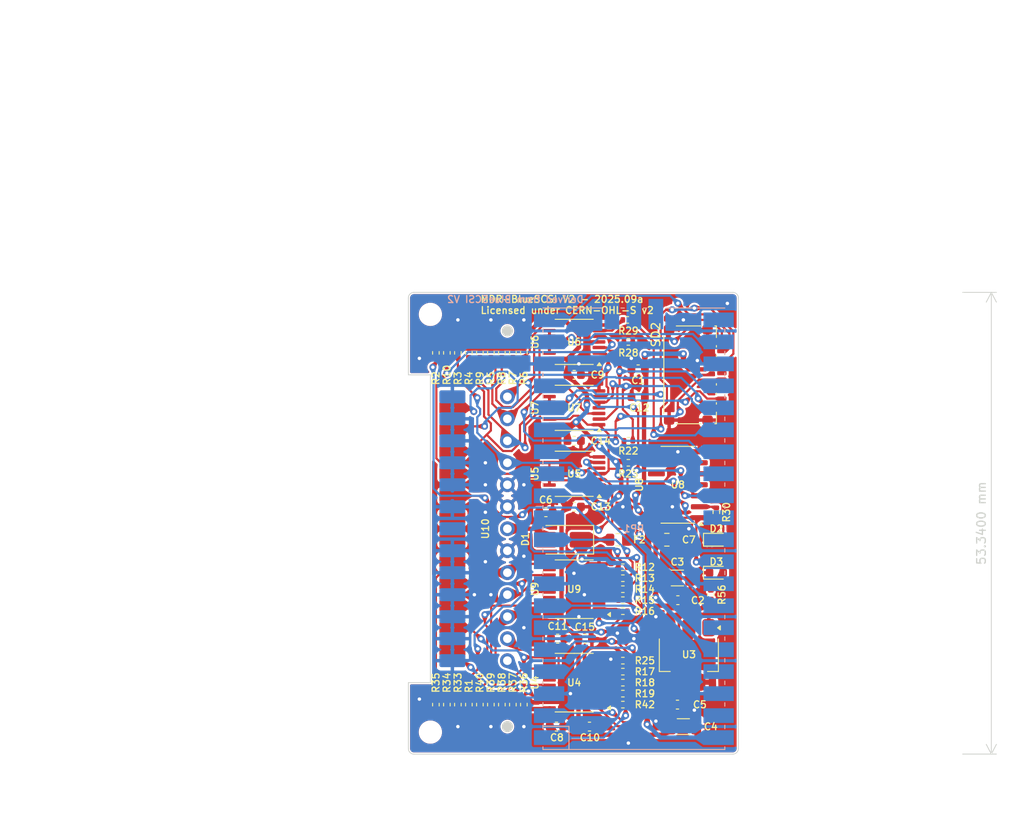
<source format=kicad_pcb>
(kicad_pcb (version 20241229) (generator "pcbnew") (generator_version "9.0")
  (title_block (title "BlueSCSI V2, MDR 50 Pin") (date "2025-09-12") (rev "1") (company "Hirokuni Yano"))
  (layers (0 "F.Cu" signal) (2 "B.Cu" signal) (13 "F.Paste" user) (15 "B.Paste" user) (5 "F.SilkS" user "F.Silkscreen") (7 "B.SilkS" user "B.Silkscreen") (1 "F.Mask" user) (3 "B.Mask" user) (25 "Edge.Cuts" user))
  (net 0 "")
  (net 1 "GND")
  (net 2 "+2V8")
  (net 3 "+5V")
  (net 4 "Net-(D2-A)")
  (net 5 "iATN")
  (net 6 "oIO")
  (net 7 "oREQ")
  (net 8 "oSEL")
  (net 9 "oBSY")
  (net 10 "SD_CLK")
  (net 11 "oCD_iSEL")
  (net 12 "ATN")
  (net 13 "BSY")
  (net 14 "DBP")
  (net 15 "ACK")
  (net 16 "RST")
  (net 17 "MSG")
  (net 18 "SEL")
  (net 19 "CD")
  (net 20 "REQ")
  (net 21 "IO")
  (net 22 "DB7")
  (net 23 "DB6")
  (net 24 "DB5")
  (net 25 "DB4")
  (net 26 "DB3")
  (net 27 "DB2")
  (net 28 "DB1")
  (net 29 "DB0")
  (net 30 "+3V3")
  (net 31 "SEL_BUFF")
  (net 32 "BSY_BUFF")
  (net 33 "+5VP")
  (net 34 "oMSG_iBSY")
  (net 35 "+5F")
  (net 36 "SD_CMD_MOSI")
  (net 37 "DB4T")
  (net 38 "DB5T")
  (net 39 "DB6T")
  (net 40 "DB7T")
  (net 41 "DBPT")
  (net 42 "DB0T")
  (net 43 "DB1T")
  (net 44 "DB3T")
  (net 45 "DB2T")
  (net 46 "SD_D0_MISO")
  (net 47 "Net-(D3-A)")
  (net 48 "DBPTr")
  (net 49 "SD_D1")
  (net 50 "SD_D2")
  (net 51 "SD_D3_CS")
  (net 52 "iRST")
  (net 53 "iACK")
  (net 54 "SERIAL_OUT")
  (net 55 "Net-(R30-Pad1)")
  (net 61 "Net-(RP1-G8)")
  (net 65 "Net-(RP1-G7)")
  (net 66 "Net-(RP1-G6)")
  (net 67 "Net-(RP1-G5)")
  (net 68 "Net-(RP1-G4)")
  (net 69 "Net-(RP1-G3)")
  (net 70 "Net-(RP1-G2)")
  (net 71 "Net-(RP1-G1)")
  (net 72 "Net-(RP1-G0)")
  (footprint "Capacitor_SMD:C_1206_3216Metric" (layer "F.Cu") (at 166.3158 103.48)
    (property "Reference" "C3")
    (property "Value" "20uF")
  )
  (footprint "Capacitor_SMD:C_1206_3216Metric" (layer "F.Cu") (at 167.005 120.65)
    (property "Reference" "C4")
    (property "Value" "47uF")
  )
  (footprint "Package_TO_SOT_SMD:SOT-223-3_TabPin2" (layer "F.Cu") (at 167.64 112.37 -90)
    (property "Reference" "U3")
    (property "Value" "AMS1117-2.85")
  )
  (footprint "Capacitor_SMD:C_0603_1608Metric" (layer "F.Cu") (at 166.37 106.045)
    (property "Reference" "C2")
    (property "Value" "0.1uF")
  )
  (footprint "Capacitor_SMD:C_0603_1608Metric" (layer "F.Cu") (at 166.325 118.11)
    (property "Reference" "C5")
    (property "Value" "0.1uF")
  )
  (footprint "Capacitor_SMD:C_0603_1608Metric" (layer "F.Cu") (at 151.13 95.885)
    (property "Reference" "C6")
    (property "Value" "4.7uF")
  )
  (footprint "Capacitor_SMD:C_0603_1608Metric" (layer "F.Cu") (at 161.785 82.55 180)
    (property "Reference" "C12")
    (property "Value" "4.7uF")
  )
  (footprint "Diode_SMD:D_SMA" (layer "F.Cu") (at 153.13 99.06 180)
    (property "Reference" "D1")
    (property "Value" "D")
  )
  (footprint "Resistor_SMD:R_0402_1005Metric" (layer "F.Cu") (at 160.02 118.11 180)
    (property "Reference" "R42")
    (property "Value" "1k")
  )
  (footprint "Resistor_SMD:R_0402_1005Metric" (layer "F.Cu") (at 144.78 118.11 -90)
    (property "Reference" "R39")
    (property "Value" "110")
  )
  (footprint "Resistor_SMD:R_0402_1005Metric" (layer "F.Cu") (at 160.02 107.315 180)
    (property "Reference" "R16")
    (property "Value" "1k")
  )
  (footprint "Resistor_SMD:R_0402_1005Metric" (layer "F.Cu") (at 142.24 77.47 90)
    (property "Reference" "R4")
    (property "Value" "110")
  )
  (footprint "Resistor_SMD:R_0402_1005Metric" (layer "F.Cu") (at 140.97 118.11 -90)
    (property "Reference" "R33")
    (property "Value" "110")
  )
  (footprint "LED_SMD:LED_0603_1608Metric" (layer "F.Cu") (at 170.815 99.06)
    (property "Reference" "D2")
    (property "Value" "LED")
  )
  (footprint "Resistor_SMD:R_0402_1005Metric" (layer "F.Cu") (at 148.59 118.11 -90)
    (property "Reference" "R36")
    (property "Value" "110")
  )
  (footprint "Capacitor_SMD:C_0805_2012Metric" (layer "F.Cu") (at 165.1 99.06)
    (property "Reference" "C7")
    (property "Value" "4.7uF")
  )
  (footprint "Resistor_SMD:R_0402_1005Metric" (layer "F.Cu") (at 170.18 105.41 90)
    (property "Reference" "R56")
    (property "Value" "4.7k")
  )
  (footprint "Resistor_SMD:R_0402_1005Metric" (layer "F.Cu") (at 144.78 77.47 90)
    (property "Reference" "R5")
    (property "Value" "110")
  )
  (footprint "Resistor_SMD:R_0402_1005Metric" (layer "F.Cu") (at 138.43 118.11 -90)
    (property "Reference" "R35")
    (property "Value" "110")
  )
  (footprint "Resistor_SMD:R_0402_1005Metric" (layer "F.Cu") (at 142.24 118.11 -90)
    (property "Reference" "R1")
    (property "Value" "110")
  )
  (footprint "Capacitor_SMD:C_0603_1608Metric" (layer "F.Cu") (at 152.355 120.65)
    (property "Reference" "C8")
    (property "Value" "0.1uF")
  )
  (footprint "Resistor_SMD:R_0402_1005Metric" (layer "F.Cu") (at 146.05 118.11 -90)
    (property "Reference" "R38")
    (property "Value" "110")
  )
  (footprint "MountingHole:MountingHole_2.2mm_M2_ISO7380" (layer "F.Cu") (at 137.795 73.025)
    (property "Reference" "REF**" (hide yes))
    (property "Value" "MountingHole_2.2mm_M2_ISO7380")
  )
  (footprint "Resistor_SMD:R_0402_1005Metric" (layer "F.Cu") (at 160.02 114.3 180)
    (property "Reference" "R17")
    (property "Value" "1k")
  )
  (footprint "Resistor_SMD:R_0402_1005Metric" (layer "F.Cu") (at 143.51 77.47 90)
    (property "Reference" "R9")
    (property "Value" "110")
  )
  (footprint "Resistor_SMD:R_0402_1005Metric" (layer "F.Cu") (at 160.02 103.505 180)
    (property "Reference" "R13")
    (property "Value" "1k")
  )
  (footprint "LED_SMD:LED_0603_1608Metric" (layer "F.Cu") (at 170.815 102.87)
    (property "Reference" "D3")
    (property "Value" "LED")
  )
  (footprint "Resistor_SMD:R_0402_1005Metric" (layer "F.Cu") (at 143.51 118.11 -90)
    (property "Reference" "R40")
    (property "Value" "110")
  )
  (footprint "Package_SO:TSSOP-20_4.4x6.5mm_P0.65mm" (layer "F.Cu") (at 154.4 115.57 180)
    (property "Reference" "U4")
    (property "Value" "LVTH245")
  )
  (footprint "Resistor_SMD:R_0402_1005Metric" (layer "F.Cu") (at 160.02 115.57 180)
    (property "Reference" "R18")
    (property "Value" "1k")
  )
  (footprint "Capacitor_SMD:C_0603_1608Metric" (layer "F.Cu") (at 155.67 110.49)
    (property "Reference" "C15")
    (property "Value" "4.7uF")
  )
  (footprint "Capacitor_SMD:C_0603_1608Metric" (layer "F.Cu") (at 154.4 87.63 180)
    (property "Reference" "C14")
    (property "Value" "0.1uF")
  )
  (footprint "Package_SO:SOIC-14_3.9x8.7mm_P1.27mm" (layer "F.Cu") (at 166.37 92.71 180)
    (property "Reference" "U8")
    (property "Value" "74HC14")
  )
  (footprint "Resistor_SMD:R_0402_1005Metric" (layer "F.Cu") (at 140.97 77.47 90)
    (property "Reference" "R3")
    (property "Value" "110")
  )
  (footprint "Resistor_SMD:R_0402_1005Metric" (layer "F.Cu") (at 160.02 106.045 180)
    (property "Reference" "R15")
    (property "Value" "1k")
  )
  (footprint "Capacitor_SMD:C_0603_1608Metric" (layer "F.Cu") (at 161.785 79.375 180)
    (property "Reference" "C1")
    (property "Value" "0.1uF")
  )
  (footprint "Resistor_SMD:R_0402_1005Metric" (layer "F.Cu") (at 147.32 77.47 90)
    (property "Reference" "R7")
    (property "Value" "110")
  )
  (footprint "Resistor_SMD:R_0402_1005Metric" (layer "F.Cu") (at 146.05 77.47 90)
    (property "Reference" "R8")
    (property "Value" "110")
  )
  (footprint "Resistor_SMD:R_0402_1005Metric" (layer "F.Cu") (at 170.815 95.885 -90)
    (property "Reference" "R30")
    (property "Value" "470")
  )
  (footprint "Resistor_SMD:R_0402_1005Metric" (layer "F.Cu") (at 138.43 77.47 90)
    (property "Reference" "R2")
    (property "Value" "110")
  )
  (footprint "Library:TF-SMD_TF-06A" (layer "F.Cu") (at 168.4 80.01 -90)
    (property "Reference" "SD2")
    (property "Value" "MicroSD-TF-06")
  )
  (footprint "Resistor_SMD:R_0402_1005Metric" (layer "F.Cu") (at 160.02 102.235 180)
    (property "Reference" "R12")
    (property "Value" "1k")
  )
  (footprint "Resistor_SMD:R_0402_1005Metric" (layer "F.Cu") (at 160.02 116.84 180)
    (property "Reference" "R19")
    (property "Value" "1k")
  )
  (footprint "Capacitor_SMD:C_0603_1608Metric" (layer "F.Cu") (at 156.165 120.65)
    (property "Reference" "C10")
    (property "Value" "4.7uF")
  )
  (footprint "Capacitor_SMD:C_0603_1608Metric" (layer "F.Cu") (at 154.4 80.01 180)
    (property "Reference" "C9")
    (property "Value" "0.1uF")
  )
  (footprint "Resistor_SMD:R_0402_1005Metric" (layer "F.Cu") (at 139.7 77.47 90)
    (property "Reference" "R10")
    (property "Value" "110")
  )
  (footprint "Resistor_SMD:R_0402_1005Metric" (layer "F.Cu") (at 139.7 118.11 -90)
    (property "Reference" "R34")
    (property "Value" "110")
  )
  (footprint "MountingHole:MountingHole_2.2mm_M2_ISO7380" (layer "F.Cu") (at 137.795 121.285)
    (property "Reference" "REF**" (hide yes))
    (property "Value" "MountingHole_2.2mm_M2_ISO7380")
  )
  (footprint "Package_SO:TSSOP-14_4.4x5mm_P0.65mm" (layer "F.Cu") (at 154.4 83.82 180)
    (property "Reference" "U7")
    (property "Value" "LVT125")
  )
  (footprint "Resistor_SMD:R_0402_1005Metric" (layer "F.Cu") (at 147.32 118.11 -90)
    (property "Reference" "R37")
    (property "Value" "110")
  )
  (footprint "Fuse:Fuse_0805_2012Metric" (layer "F.Cu") (at 159.48 99.06 180)
    (property "Reference" "F2")
    (property "Value" "Polyfuse")
  )
  (footprint "Resistor_SMD:R_0402_1005Metric" (layer "F.Cu") (at 160.655 87.63 180)
    (property "Reference" "R22")
    (property "Value" "4.7k")
  )
  (footprint "Resistor_SMD:R_0402_1005Metric" (layer "F.Cu") (at 160.655 90.17 180)
    (property "Reference" "R23")
    (property "Value" "4.7k")
  )
  (footprint "Resistor_SMD:R_0402_1005Metric" (layer "F.Cu") (at 160.02 113.03)
    (property "Reference" "R25")
    (property "Value" "4.7k")
  )
  (footprint "Package_SO:TSSOP-14_4.4x5mm_P0.65mm" (layer "F.Cu") (at 154.4 91.44 180)
    (property "Reference" "U5")
    (property "Value" "LVT125")
  )
  (footprint "Resistor_SMD:R_0402_1005Metric" (layer "F.Cu") (at 160.02 104.775 180)
    (property "Reference" "R14")
    (property "Value" "1k")
  )
  (footprint "Package_SO:TSSOP-20_4.4x6.5mm_P0.65mm" (layer "F.Cu") (at 154.4 104.775 180)
    (property "Reference" "U9")
    (property "Value" "LVTH245")
  )
  (footprint "Library:MDR50" (layer "F.Cu") (at 137.795 97.79)
    (property "Reference" "U10")
    (property "Value" "MDR50")
  )
  (footprint "Package_SO:TSSOP-14_4.4x5mm_P0.65mm" (layer "F.Cu") (at 154.4 76.2 180)
    (property "Reference" "U6")
    (property "Value" "LVT125")
  )
  (footprint "Resistor_SMD:R_0402_1005Metric" (layer "F.Cu") (at 148.59 77.47 90)
    (property "Reference" "R6")
    (property "Value" "110")
  )
  (footprint "Capacitor_SMD:C_0603_1608Metric" (layer "F.Cu") (at 152.495 110.49)
    (property "Reference" "C11")
    (property "Value" "0.1uF")
  )
  (footprint "Capacitor_SMD:C_0603_1608Metric" (layer "F.Cu") (at 154.4 95.25 180)
    (property "Reference" "C13")
    (property "Value" "0.1uF")
  )
  (footprint "Resistor_SMD:R_0402_1005Metric" (layer "F.Cu") (at 160.53 73.66)
    (property "Reference" "R29")
    (property "Value" "1k")
  )
  (footprint "Resistor_SMD:R_0402_1005Metric" (layer "F.Cu") (at 160.655 76.2 180)
    (property "Reference" "R28")
    (property "Value" "1k")
  )
  (footprint "Library:RPi_Pico_SMD" (layer "B.Cu") (at 161.29 97.79)
    (property "Reference" "RP1")
    (property "Value" "Pico_Footprint")
  )
  (gr_circle (center 146.685 120.65) (end 147.285 120.65) (stroke (width 0.1)) (fill yes) (layer "Edge.Cuts"))
  (gr_circle (center 146.685 74.93) (end 147.285 74.93) (stroke (width 0.1)) (fill yes) (layer "Edge.Cuts"))
  (gr_line (start 137.795 80.01) (end 137.795 115.57) (stroke (width 0.1)) (layer "Edge.Cuts"))
  (gr_line (start 135.89 123.825) (end 172.72 123.825) (stroke (width 0.1)) (layer "Edge.Cuts"))
  (gr_line (start 173.355 71.12) (end 173.355 123.19) (stroke (width 0.1)) (layer "Edge.Cuts"))
  (gr_arc (start 135.89 123.825) (mid 135.440987 123.639013) (end 135.255 123.19) (stroke (width 0.1)) (layer "Edge.Cuts"))
  (gr_line (start 135.89 70.485) (end 172.72 70.485) (stroke (width 0.1)) (layer "Edge.Cuts"))
  (gr_line (start 137.795 80.01) (end 135.255 80.01) (stroke (width 0.1)) (layer "Edge.Cuts"))
  (gr_line (start 137.795 115.57) (end 135.255 115.57) (stroke (width 0.1)) (layer "Edge.Cuts"))
  (gr_arc (start 135.255 71.12) (mid 135.440987 70.670987) (end 135.89 70.485) (stroke (width 0.1)) (layer "Edge.Cuts"))
  (gr_line (start 135.255 115.57) (end 135.255 123.19) (stroke (width 0.1)) (layer "Edge.Cuts"))
  (gr_line (start 135.255 80.01) (end 135.255 71.12) (stroke (width 0.1)) (layer "Edge.Cuts"))
  (gr_arc (start 173.355 123.19) (mid 173.169013 123.639013) (end 172.72 123.825) (stroke (width 0.1)) (layer "Edge.Cuts"))
  (gr_arc (start 172.72 70.485) (mid 173.169013 70.670987) (end 173.355 71.12) (stroke (width 0.1)) (layer "Edge.Cuts"))
  (gr_text "MDR-BlueSCSI V2 - 2025.09a\nLicensed under CERN-OHL-S v2" (at 143.51 73.025 0) (layer "F.SilkS") (effects (font (size 0.8 0.8)) (justify left bottom)))
  (gr_text "Derived from BlueSCSI V2" (at 155.575 71.755 -0) (layer "B.SilkS") (effects (font (size 0.8 0.8)) (justify left bottom mirror)))
  (dimension (type orthogonal) (layer "Edge.Cuts") (pts (xy 198.755 70.485) (xy 198.755 123.825)) (height 3.81) (orientation 1) (format (prefix "") (suffix "") (units 3) (units_format 1) (precision 4)) (style (thickness 0.1) (arrow_length 1.27) (text_position_mode 0) (arrow_direction outward) (extension_height 0.58642) (extension_offset 0.5) (keep_text_aligned yes)) (gr_text "53.3400 mm" (at 201.415 97.155 90) (layer "Edge.Cuts") (effects (font (size 1 1) (thickness 0.15)))))
  (segment (start 158.5135 111.5235) (end 158.5142 111.5242) (width 0.25) (layer "F.Cu") (net 1))
  (segment (start 167.64 101.981) (end 167.64 101.6) (width 0.25) (layer "F.Cu") (net 1))
  (segment (start 165.4062 93.246201) (end 165.4062 94.2862) (width 0.25) (layer "F.Cu") (net 1))
  (segment (start 172.72 96.2136) (end 172.72 99.8856) (width 0.25) (layer "F.Cu") (net 1))
  (segment (start 169.8 74.78) (end 169.8 76.58) (width 0.25) (layer "F.Cu") (net 1))
  (segment (start 172.465 81.66) (end 172.72 81.915) (width 0.25) (layer "F.Cu") (net 1))
  (segment (start 172.0308 99.8856) (end 172.0308 100.33) (width 0.25) (layer "F.Cu") (net 1))
  (segment (start 167.5187 89.833) (end 168.4517 88.9) (width 0.25) (layer "F.Cu") (net 1))
  (segment (start 153.13 116.84) (end 153.9668 116.84) (width 0.25) (layer "F.Cu") (net 1))
  (segment (start 169.67 85.24) (end 165.36 85.24) (width 0.25) (layer "F.Cu") (net 1))
  (segment (start 167.7908 104.9258) (end 168.656 105.791) (width 0.25) (layer "F.Cu") (net 1))
  (segment (start 172.085 88.9) (end 168.845 88.9) (width 0.25) (layer "F.Cu") (net 1))
  (segment (start 167.1 120.65) (end 167.1 118.11) (width 0.25) (layer "F.Cu") (net 1))
  (segment (start 167.7908 102.1318) (end 167.64 101.981) (width 0.25) (layer "F.Cu") (net 1))
  (segment (start 158.5142 111.5242) (end 159.0242 111.5242) (width 0.25) (layer "F.Cu") (net 1))
  (segment (start 163.895 92.71) (end 164.869999 92.71) (width 0.25) (layer "F.Cu") (net 1))
  (segment (start 161.01 78.1167) (end 160.9927 78.0994) (width 0.25) (layer "F.Cu") (net 1))
  (segment (start 153.13 117.845) (end 153.13 116.84) (width 0.25) (layer "F.Cu") (net 1))
  (segment (start 170.0275 102.87) (end 168.91 102.87) (width 0.25) (layer "F.Cu") (net 1))
  (segment (start 147.955 93.98) (end 151.27 93.98) (width 0.25) (layer "F.Cu") (net 1))
  (segment (start 169.94 109.22) (end 169.94 107.555) (width 0.25) (layer "F.Cu") (net 1))
  (segment (start 155.175 95.25) (end 155.175 96.285) (width 0.25) (layer "F.Cu") (net 1))
  (segment (start 155.175 96.285) (end 153.5216 97.9384) (width 0.25) (layer "F.Cu") (net 1))
  (segment (start 164.869999 92.71) (end 165.4062 93.246201) (width 0.25) (layer "F.Cu") (net 1))
  (segment (start 165.36 84.195) (end 165.735 83.82) (width 0.25) (layer "F.Cu") (net 1))
  (segment (start 168.91 103.505) (end 168.885 103.48) (width 0.25) (layer "F.Cu") (net 1))
  (segment (start 168.4304 91.44) (end 167.5187 90.5283) (width 0.25) (layer "F.Cu") (net 1))
  (segment (start 155.6711 112.359256) (end 155.7169 112.313456) (width 0.25) (layer "F.Cu") (net 1))
  (segment (start 171.45 109.22) (end 169.94 109.22) (width 0.25) (layer "F.Cu") (net 1))
  (segment (start 145.415 93.98) (end 146.685 92.71) (width 0.25) (layer "F.Cu") (net 1))
  (segment (start 171.45 81.66) (end 172.465 81.66) (width 0.25) (layer "F.Cu") (net 1))
  (segment (start 153.13 120.65) (end 153.13 117.845) (width 0.25) (layer "F.Cu") (net 1))
  (segment (start 167.5427 92.3277) (end 168.4304 91.44) (width 0.25) (layer "F.Cu") (net 1))
  (segment (start 168.91 102.87) (end 168.91 103.505) (width 0.25) (layer "F.Cu") (net 1))
  (segment (start 159.0242 111.5242) (end 160.53 113.03) (width 0.25) (layer "F.Cu") (net 1))
  (segment (start 168.6205 78.354) (end 168.6205 77.5685) (width 0.25) (layer "F.Cu") (net 1))
  (segment (start 168.4157 93.98) (end 167.5427 93.107) (width 0.25) (layer "F.Cu") (net 1))
  (segment (start 165.735 77.5716) (end 166.008 77.2986) (width 0.25) (layer "F.Cu") (net 1))
  (segment (start 156.24732 89.49) (end 157.035 89.49) (width 0.25) (layer "F.Cu") (net 1))
  (segment (start 170.0275 100.33) (end 170.0275 99.06) (width 0.25) (layer "F.Cu") (net 1))
  (segment (start 151.5375 107.05) (end 150.125 107.05) (width 0.25) (layer "F.Cu") (net 1))
  (segment (start 167.2873 99.3423) (end 167.005 99.06) (width 0.25) (layer "F.Cu") (net 1))
  (segment (start 165.4062 94.2862) (end 165.735 94.615) (width 0.25) (layer "F.Cu") (net 1))
  (segment (start 165.735 94.615) (end 165.735 95.25) (width 0.25) (layer "F.Cu") (net 1))
  (segment (start 172.72 99.8856) (end 172.0308 99.8856) (width 0.25) (layer "F.Cu") (net 1))
  (segment (start 156.445 111.585356) (end 156.445 110.49) (width 0.25) (layer "F.Cu") (net 1))
  (segment (start 166.4626 76.844) (end 166.008 77.2986) (width 0.25) (layer "F.Cu") (net 1))
  (segment (start 172.0308 100.7744) (end 172.0308 99.8856) (width 0.25) (layer "F.Cu") (net 1))
  (segment (start 167.896 76.844) (end 169.536 76.844) (width 0.25) (layer "F.Cu") (net 1))
  (segment (start 167.005 99.06) (end 166.05 99.06) (width 0.25) (layer "F.Cu") (net 1))
  (segment (start 156.4858 101.85) (end 157.2625 101.85) (width 0.25) (layer "F.Cu") (net 1))
  (segment (start 157.2625 81.87) (end 157.2625 78.15) (width 0.25) (layer "F.Cu") (net 1))
  (segment (start 156.1507 77.7506) (end 156.1507 76.2) (width 0.25) (layer "F.Cu") (net 1))
  (segment (start 158.6267 112.8641) (end 158.4076 112.645) (width 0.25) (layer "F.Cu") (net 1))
  (segment (start 172.72 101.4636) (end 172.0308 100.7744) (width 0.25) (layer "F.Cu") (net 1))
  (segment (start 156.94 120.65) (end 155.6711 119.3811) (width 0.25) (layer "F.Cu") (net 1))
  (segment (start 168.48 120.65) (end 167.1 120.65) (width 0.25) (layer "F.Cu") (net 1))
  (segment (start 167.5427 93.107) (end 167.5427 92.3277) (width 0.25) (layer "F.Cu") (net 1))
  (segment (start 158.4076 112.645) (end 157.2625 112.645) (width 0.25) (layer "F.Cu") (net 1))
  (segment (start 165.36 74.78) (end 165.1 75.04) (width 0.25) (layer "F.Cu") (net 1))
  (segment (start 154.94 102.235) (end 156.1926 102.235) (width 0.25) (layer "F.Cu") (net 1))
  (segment (start 154.37155 102.93655) (end 154.94 102.3681) (width 0.25) (layer "F.Cu") (net 1))
  (segment (start 167.7908 103.48) (end 167.7908 104.9258) (width 0.25) (layer "F.Cu") (net 1))
  (segment (start 172.085 109.855) (end 171.45 109.22) (width 0.25) (layer "F.Cu") (net 1))
  (segment (start 155.7169 112.21119) (end 156.29119 111.6369) (width 0.25) (layer "F.Cu") (net 1))
  (segment (start 167.5187 90.5283) (end 167.5187 90.1213) (width 0.25) (layer "F.Cu") (net 1))
  (segment (start 168.845 93.98) (end 170.4864 93.98) (width 0.25) (layer "F.Cu") (net 1))
  (segment (start 170.4864 93.98) (end 172.72 96.2136) (width 0.25) (layer "F.Cu") (net 1))
  (segment (start 153.27 111.1771) (end 153.13 111.3171) (width 0.25) (layer "F.Cu") (net 1))
  (segment (start 156.1507 76.2) (end 156.1507 74.6085) (width 0.25) (layer "F.Cu") (net 1))
  (segment (start 165.36 85.24) (end 165.36 84.195) (width 0.25) (layer "F.Cu") (net 1))
  (segment (start 172.085 119.38) (end 172.085 109.855) (width 0.25) (layer "F.Cu") (net 1))
  (segment (start 155.7169 112.313456) (end 155.7169 112.21119) (width 0.25) (layer "F.Cu") (net 1))
  (segment (start 145.415 101.6) (end 146.685 100.33) (width 0.25) (layer "F.Cu") (net 1))
  (segment (start 151.5375 90.79) (end 151.5375 90.14) (width 0.25) (layer "F.Cu") (net 1))
  (segment (start 149.86 109.8866) (end 151.2905 111.3171) (width 0.25) (layer "F.Cu") (net 1))
  (segment (start 155.575 88.9) (end 155.65732 88.9) (width 0.25) (layer "F.Cu") (net 1))
  (segment (start 165.2586 85.4814) (end 165.36 85.5828) (width 0.25) (layer "F.Cu") (net 1))
  (segment (start 153.13 117.845) (end 151.5375 117.845) (width 0.25) (layer "F.Cu") (net 1))
  (segment (start 156.1507 76.2) (end 157.2625 76.2) (width 0.25) (layer "F.Cu") (net 1))
  (segment (start 157.2625 78.15) (end 156.5501 78.15) (width 0.25) (layer "F.Cu") (net 1))
  (segment (start 165.1 75.04) (end 165.1 76.3906) (width 0.25) (layer "F.Cu") (net 1))
  (segment (start 168.656 105.791) (end 168.656 106.045) (width 0.25) (layer "F.Cu") (net 1))
  (segment (start 155.175 78.9773) (end 154.9377 78.74) (width 0.25) (layer "F.Cu") (net 1))
  (segment (start 172.0308 100.33) (end 170.0275 100.33) (width 0.25) (layer "F.Cu") (net 1))
  (segment (start 151.2905 111.3171) (end 153.13 111.3171) (width 0.25) (layer "F.Cu") (net 1))
  (segment (start 156.1507 74.6085) (end 156.5092 74.25) (width 0.25) (layer "F.Cu") (net 1))
  (segment (start 165.1 76.3906) (end 166.008 77.2986) (width 0.25) (layer "F.Cu") (net 1))
  (segment (start 140.335 101.6) (end 144.145 101.6) (width 0.25) (layer "F.Cu") (net 1))
  (segment (start 161.15 82.55) (end 161.15 79.515) (width 0.25) (layer "F.Cu") (net 1))
  (segment (start 153.27 110.49) (end 153.27 111.1771) (width 0.25) (layer "F.Cu") (net 1))
  (segment (start 165.735 95.25) (end 163.895 95.25) (width 0.25) (layer "F.Cu") (net 1))
  (segment (start 172.72 88.265) (end 172.085 88.9) (width 0.25) (layer "F.Cu") (net 1))
  (segment (start 154.94 102.235) (end 154.305 101.6) (width 0.25) (layer "F.Cu") (net 1))
  (segment (start 167.5187 90.1213) (end 167.5187 89.833) (width 0.25) (layer "F.Cu") (net 1))
  (segment (start 165.735 83.82) (end 165.735 77.5716) (width 0.25) (layer "F.Cu") (net 1))
  (segment (start 169.81 74.79) (end 169.8 74.78) (width 0.25) (layer "F.Cu") (net 1))
  (segment (start 153.13 116.84) (end 153.13 111.3171) (width 0.25) (layer "F.Cu") (net 1))
  (segment (start 168.48 120.65) (end 170.815 120.65) (width 0.25) (layer "F.Cu") (net 1))
  (segment (start 156.1926 102.235) (end 156.1926 102.1432) (width 0.25) (layer "F.Cu") (net 1))
  (segment (start 154.1385 90.79) (end 154.1385 91.3122) (width 0.25) (layer "F.Cu") (net 1))
  (segment (start 168.885 103.48) (end 167.7908 103.48) (width 0.25) (layer "F.Cu") (net 1))
  (segment (start 165.8952 90.1213) (end 167.5187 90.1213) (width 0.25) (layer "F.Cu") (net 1))
  (segment (start 156.5092 74.25) (end 157.2625 74.25) (width 0.25) (layer "F.Cu") (net 1))
  (segment (start 155.175 80.01) (end 155.175 78.9773) (width 0.25) (layer "F.Cu") (net 1))
  (segment (start 146.685 95.25) (end 145.415 93.98) (width 0.25) (layer "F.Cu") (net 1))
  (segment (start 151.27 93.98) (end 151.905 94.615) (width 0.25) (layer "F.Cu") (net 1))
  (segment (start 163.895 90.17) (end 165.8465 90.17) (width 0.25) (layer "F.Cu") (net 1))
  (segment (start 155.65732 88.9) (end 156.24732 89.49) (width 0.25) (layer "F.Cu") (net 1))
  (segment (start 169.81 85.38) (end 169.67 85.24) (width 0.25) (layer "F.Cu") (net 1))
  (segment (start 167.2873 101.2473) (end 167.2873 99.3423) (width 0.25) (layer "F.Cu") (net 1))
  (segment (start 156.1926 102.1432) (end 156.4858 101.85) (width 0.25) (layer "F.Cu") (net 1))
  (segment (start 165.8952 91.203) (end 165.8952 90.1213) (width 0.25) (layer "F.Cu") (net 1))
  (segment (start 170.0275 102.87) (end 170.0275 99.06) (width 0.25) (layer "F.Cu") (net 1))
  (segment (start 156.2762 77.8761) (end 156.1507 77.7506) (width 0.25) (layer "F.Cu") (net 1))
  (segment (start 154.94 102.3681) (end 154.94 102.235) (width 0.25) (layer "F.Cu") (net 1))
  (segment (start 144.145 101.6) (end 145.415 101.6) (width 0.25) (layer "F.Cu") (net 1))
  (segment (start 168.6205 77.5685) (end 167.896 76.844) (width 0.25) (layer "F.Cu") (net 1))
  (segment (start 155.175 89.3) (end 154.1385 90.3365) (width 0.25) (layer "F.Cu") (net 1))
  (segment (start 164.3882 92.71) (end 165.8952 91.203) (width 0.25) (layer "F.Cu") (net 1))
  (segment (start 167.7908 103.48) (end 167.7908 102.1318) (width 0.25) (layer "F.Cu") (net 1))
  (segment (start 168.656 106.045) (end 167.145 106.045) (width 0.25) (layer "F.Cu") (net 1))
  (segment (start 154.305 101.3423) (end 154.305 101.6) (width 0.25) (layer "F.Cu") (net 1))
  (segment (start 154.1385 90.3365) (end 154.1385 90.79) (width 0.25) (layer "F.Cu") (net 1))
  (segment (start 158.43528 111.5235) (end 158.5135 111.5235) (width 0.25) (layer "F.Cu") (net 1))
  (segment (start 155.175 87.63) (end 155.175 89.3) (width 0.25) (layer "F.Cu") (net 1))
  (segment (start 158.01 111.09822) (end 158.43528 111.5235) (width 0.25) (layer "F.Cu") (net 1))
  (segment (start 165.36 85.24) (end 165.36 89.5861) (width 0.25) (layer "F.Cu") (net 1))
  (segment (start 161.01 79.375) (end 161.01 78.1167) (width 0.25) (layer "F.Cu") (net 1))
  (segment (start 172.72 81.915) (end 172.72 88.265) (width 0.25) (layer "F.Cu") (net 1))
  (segment (start 153.5216 100.5589) (end 154.305 101.3423) (width 0.25) (layer "F.Cu") (net 1))
  (segment (start 167.64 101.6) (end 167.2873 101.2473) (width 0.25) (layer "F.Cu") (net 1))
  (segment (start 170.815 120.65) (end 172.085 119.38) (width 0.25) (layer "F.Cu") (net 1))
  (segment (start 149.86 107.315) (end 149.86 109.8866) (width 0.25) (layer "F.Cu") (net 1))
  (segment (start 154.1385 90.79) (end 151.5375 90.79) (width 0.25) (layer "F.Cu") (net 1))
  (segment (start 156.1926 110.2376) (end 156.1926 102.235) (width 0.25) (layer "F.Cu") (net 1))
  (segment (start 151.905 94.615) (end 151.905 95.885) (width 0.25) (layer "F.Cu") (net 1))
  (segment (start 172.72 104.775) (end 172.72 101.4636) (width 0.25) (layer "F.Cu") (net 1))
  (segment (start 156.5501 78.15) (end 156.2762 77.8761) (width 0.25) (layer "F.Cu") (net 1))
  (segment (start 156.393456 111.6369) (end 156.445 111.585356) (width 0.25) (layer "F.Cu") (net 1))
  (segment (start 146.8817 95.0533) (end 147.955 93.98) (width 0.25) (layer "F.Cu") (net 1))
  (segment (start 165.8465 90.17) (end 165.8952 90.1213) (width 0.25) (layer "F.Cu") (net 1))
  (segment (start 155.175 87.63) (end 155.175 88.5) (width 0.25) (layer "F.Cu") (net 1))
  (segment (start 156.2762 77.8761) (end 155.175 78.9773) (width 0.25) (layer "F.Cu") (net 1))
  (segment (start 150.125 107.05) (end 149.86 107.315) (width 0.25) (layer "F.Cu") (net 1))
  (segment (start 153.5216 97.9384) (end 153.5216 100.5589) (width 0.25) (layer "F.Cu") (net 1))
  (segment (start 156.445 110.49) (end 157.48 110.49) (width 0.25) (layer "F.Cu") (net 1))
  (segment (start 169.94 107.555) (end 172.72 104.775) (width 0.25) (layer "F.Cu") (net 1))
  (segment (start 158.01 111.02) (end 158.01 111.09822) (width 0.25) (layer "F.Cu") (net 1))
  (segment (start 155.6711 119.3811) (end 155.6711 112.359256) (width 0.25) (layer "F.Cu") (net 1))
  (segment (start 156.29119 111.6369) (end 156.393456 111.6369) (width 0.25) (layer "F.Cu") (net 1))
  (segment (start 167.896 76.844) (end 166.4626 76.844) (width 0.25) (layer "F.Cu") (net 1))
  (segment (start 169.536 76.844) (end 169.8 76.58) (width 0.25) (layer "F.Cu") (net 1))
  (segment (start 155.175 88.5) (end 155.575 88.9) (width 0.25) (layer "F.Cu") (net 1))
  (segment (start 157.48 110.49) (end 158.01 111.02) (width 0.25) (layer "F.Cu") (net 1))
  (segment (start 165.36 89.5861) (end 165.8952 90.1213) (width 0.25) (layer "F.Cu") (net 1))
  (via (at 148.59 100.965) (size 0.8) (drill 0.4) (layers "F.Cu" "B.Cu") (net 1))
  (via (at 148.59 120.65) (size 0.8) (drill 0.4) (layers "F.Cu" "B.Cu") (net 1))
  (via (at 163.83 107.95) (size 0.8) (drill 0.4) (layers "F.Cu" "B.Cu") (net 1))
  (via (at 148.59 73.66) (size 0.8) (drill 0.4) (layers "F.Cu" "B.Cu") (net 1))
  (via (at 144.145 92.71) (size 0.8) (drill 0.4) (layers "F.Cu" "B.Cu") (net 1))
  (via (at 144.78 120.65) (size 0.8) (drill 0.4) (layers "F.Cu" "B.Cu") (net 1))
  (via (at 154.37155 102.93655) (size 0.8) (drill 0.4) (layers "F.Cu" "B.Cu") (net 1))
  (via (at 155.575 105.41) (size 0.8) (drill 0.4) (layers "F.Cu" "B.Cu") (net 1))
  (via (at 140.97 73.66) (size 0.8) (drill 0.4) (layers "F.Cu" "B.Cu") (net 1))
  (via (at 168.6205 78.354) (size 0.8) (drill 0.4) (layers "F.Cu" "B.Cu") (net 1))
  (via (at 159.385 109.855) (size 0.8) (drill 0.4) (layers "F.Cu" "B.Cu") (net 1))
  (via (at 144.78 105.41) (size 0.8) (drill 0.4) (layers "F.Cu" "B.Cu") (net 1))
  (via (at 148.59 109.22) (size 0.8) (drill 0.4) (layers "F.Cu" "B.Cu") (net 1))
  (via (at 160.655 122.555) (size 0.8) (drill 0.4) (layers "F.Cu" "B.Cu") (net 1))
  (via (at 144.145 101.6) (size 0.8) (drill 0.4) (layers "F.Cu" "B.Cu") (net 1))
  (via (at 166.37 88.9) (size 0.8) (drill 0.4) (layers "F.Cu" "B.Cu") (net 1))
  (via (at 167.64 97.79) (size 0.8) (drill 0.4) (layers "F.Cu" "B.Cu") (net 1))
  (via (at 142.875 105.41) (size 0.8) (drill 0.4) (layers "F.Cu" "B.Cu") (net 1))
  (via (at 165.735 95.25) (size 0.8) (drill 0.4) (layers "F.Cu" "B.Cu") (net 1))
  (via (at 167.005 73.66) (size 0.8) (drill 0.4) (layers "F.Cu" "B.Cu") (net 1))
  (via (at 160.02 95.25) (size 0.8) (drill 0.4) (layers "F.Cu" "B.Cu") (net 1))
  (via (at 172.085 71.755) (size 0.8) (drill 0.4) (layers "F.Cu" "B.Cu") (net 1))
  (via (at 161.925 97.155) (size 0.8) (drill 0.4) (layers "F.Cu" "B.Cu") (net 1))
  (via (at 136.525 117.475) (size 0.8) (drill 0.4) (layers "F.Cu" "B.Cu") (net 1))
  (via (at 154.1385 91.3122) (size 0.8) (drill 0.4) (layers "F.Cu" "B.Cu") (net 1))
  (via (at 144.145 95.885) (size 0.8) (drill 0.4) (layers "F.Cu" "B.Cu") (net 1))
  (via (at 148.59 92.71) (size 0.8) (drill 0.4) (layers "F.Cu" "B.Cu") (net 1))
  (via (at 154.94 107.95) (size 0.8) (drill 0.4) (layers "F.Cu" "B.Cu") (net 1))
  (via (at 163.83 120.015) (size 0.8) (drill 0.4) (layers "F.Cu" "B.Cu") (net 1))
  (via (at 161.29 110.49) (size 0.8) (drill 0.4) (layers "F.Cu" "B.Cu") (net 1))
  (via (at 153.9668 116.84) (size 0.8) (drill 0.4) (layers "F.Cu" "B.Cu") (net 1))
  (via (at 160.9927 78.0994) (size 0.8) (drill 0.4) (layers "F.Cu" "B.Cu") (net 1))
  (via (at 158.6267 112.8641) (size 0.8) (drill 0.4) (layers "F.Cu" "B.Cu") (net 1))
  (via (at 136.525 78.105) (size 0.8) (drill 0.4) (layers "F.Cu" "B.Cu") (net 1))
  (via (at 140.97 120.65) (size 0.8) (drill 0.4) (layers "F.Cu" "B.Cu") (net 1))
  (via (at 144.145 90.17) (size 0.8) (drill 0.4) (layers "F.Cu" "B.Cu") (net 1))
  (via (at 168.275 118.745) (size 0.8) (drill 0.4) (layers "F.Cu" "B.Cu") (net 1))
  (via (at 144.78 73.66) (size 0.8) (drill 0.4) (layers "F.Cu" "B.Cu") (net 1))
  (via (at 154.9377 78.74) (size 0.8) (drill 0.4) (layers "F.Cu" "B.Cu") (net 1))
  (segment (start 146.685 95.25) (end 145.415 96.52) (width 0.25) (layer "B.Cu") (net 1))
  (segment (start 170.18 104.14) (end 169.0033 104.14) (width 0.25) (layer "B.Cu") (net 1))
  (segment (start 152.4 104.14) (end 154.305 104.14) (width 0.25) (layer "B.Cu") (net 1))
  (segment (start 165.9713 93.1884) (end 160.4646 93.1884) (width 0.25) (layer "B.Cu") (net 1))
  (segment (start 145.5028 99.1478) (end 145.5028 98.9722) (width 0.25) (layer "B.Cu") (net 1))
  (segment (start 160.4646 93.1884) (end 160.1381 92.8619) (width 0.25) (layer "B.Cu") (net 1))
  (segment (start 140.335 105.41) (end 140.335 102.87) (width 0.25) (layer "B.Cu") (net 1))
  (segment (start 168.6205 78.3572) (end 168.6205 78.354) (width 0.25) (layer "B.Cu") (net 1))
  (segment (start 140.335 105.41) (end 140.335 107.95) (width 0.25) (layer "B.Cu") (net 1))
  (segment (start 169.0033 78.74) (end 168.6205 78.3572) (width 0.25) (layer "B.Cu") (net 1))
  (segment (start 140.335 107.95) (end 140.335 110.49) (width 0.25) (layer "B.Cu") (net 1))
  (segment (start 146.685 100.33) (end 145.5028 99.1478) (width 0.25) (layer "B.Cu") (net 1))
  (segment (start 144.145 100.33) (end 140.335 100.33) (width 0.25) (layer "B.Cu") (net 1))
  (segment (start 154.305 103.0031) (end 154.37155 102.93655) (width 0.25) (layer "B.Cu") (net 1))
  (segment (start 160.9927 78.0994) (end 161.2473 78.354) (width 0.25) (layer "B.Cu") (net 1))
  (segment (start 154.1385 91.3122) (end 153.7045 91.3122) (width 0.25) (layer "B.Cu") (net 1))
  (segment (start 140.335 85.09) (end 140.335 82.55) (width 0.25) (layer "B.Cu") (net 1))
  (segment (start 140.335 92.71) (end 144.145 92.71) (width 0.25) (layer "B.Cu") (net 1))
  (segment (start 152.4 78.74) (end 154.9377 78.74) (width 0.25) (layer "B.Cu") (net 1))
  (segment (start 140.335 87.63) (end 140.335 85.09) (width 0.25) (layer "B.Cu") (net 1))
  (segment (start 150.9117 104.14) (end 149.4233 104.14) (width 0.25) (layer "B.Cu") (net 1))
  (segment (start 153.7045 91.3122) (end 153.5767 91.44) (width 0.25) (layer "B.Cu") (net 1))
  (segment (start 152.4 91.44) (end 153.5767 91.44) (width 0.25) (layer "B.Cu") (net 1))
  (segment (start 166.4562 101.5929) (end 169.0033 104.14) (width 0.25) (layer "B.Cu") (net 1))
  (segment (start 166.4562 93.6733) (end 166.4562 101.5929) (width 0.25) (layer "B.Cu") (net 1))
  (segment (start 145.415 96.52) (end 145.5028 96.52) (width 0.25) (layer "B.Cu") (net 1))
  (segment (start 145.5028 98.9722) (end 144.145 100.33) (width 0.25) (layer "B.Cu") (net 1))
  (segment (start 170.18 78.74) (end 169.0033 78.74) (width 0.25) (layer "B.Cu") (net 1))
  (segment (start 145.415 93.98) (end 146.685 92.71) (width 0.25) (layer "B.Cu") (net 1))
  (segment (start 147.955 91.44) (end 146.685 92.71) (width 0.25) (layer "B.Cu") (net 1))
  (segment (start 140.335 113.03) (end 140.335 110.49) (width 0.25) (layer "B.Cu") (net 1))
  (segment (start 140.335 92.71) (end 140.335 90.17) (width 0.25) (layer "B.Cu") (net 1))
  (segment (start 170.18 116.84) (end 158.6267 116.84) (width 0.25) (layer "B.Cu") (net 1))
  (segment (start 169.0033 91.44) (end 168.6895 91.44) (width 0.25) (layer "B.Cu") (net 1))
  (segment (start 170.18 91.44) (end 169.0033 91.44) (width 0.25) (layer "B.Cu") (net 1))
  (segment (start 140.335 81.28) (end 140.335 82.55) (width 0.25) (layer "B.Cu") (net 1))
  (segment (start 149.4233 104.14) (end 149.4233 103.0683) (width 0.25) (layer "B.Cu") (net 1))
  (segment (start 142.6908 117.2908) (end 151.9492 117.2908) (width 0.25) (layer "B.Cu") (net 1))
  (segment (start 144.145 92.71) (end 145.415 93.98) (width 0.25) (layer "B.Cu") (net 1))
  (segment (start 160.1381 92.8619) (end 154.9986 92.8619) (width 0.25) (layer "B.Cu") (net 1))
  (segment (start 145.5028 96.52) (end 145.5028 98.9722) (width 0.25) (layer "B.Cu") (net 1))
  (segment (start 140.335 113.03) (end 140.335 114.935) (width 0.25) (layer "B.Cu") (net 1))
  (segment (start 155.5783 78.0994) (end 154.9377 78.74) (width 0.25) (layer "B.Cu") (net 1))
  (segment (start 149.4233 103.0683) (end 146.685 100.33) (width 0.25) (layer "B.Cu") (net 1))
  (segment (start 152.4 78.74) (end 142.875 78.74) (width 0.25) (layer "B.Cu") (net 1))
  (segment (start 158.6267 116.84) (end 158.6267 112.8641) (width 0.25) (layer "B.Cu") (net 1))
  (segment (start 168.6895 91.44) (end 166.4562 93.6733) (width 0.25) (layer "B.Cu") (net 1))
  (segment (start 140.335 96.52) (end 145.415 96.52) (width 0.25) (layer "B.Cu") (net 1))
  (segment (start 153.9668 116.84) (end 152.4 116.84) (width 0.25) (layer "B.Cu") (net 1))
  (segment (start 140.335 100.33) (end 140.335 102.87) (width 0.25) (layer "B.Cu") (net 1))
  (segment (start 152.4 91.44) (end 147.955 91.44) (width 0.25) (layer "B.Cu") (net 1))
  (segment (start 142.875 78.74) (end 140.335 81.28) (width 0.25) (layer "B.Cu") (net 1))
  (segment (start 160.9927 78.0994) (end 155.5783 78.0994) (width 0.25) (layer "B.Cu") (net 1))
  (segment (start 166.4562 93.6733) (end 165.9713 93.1884) (width 0.25) (layer "B.Cu") (net 1))
  (segment (start 140.335 114.935) (end 142.6908 117.2908) (width 0.25) (layer "B.Cu") (net 1))
  (segment (start 154.9986 92.8619) (end 153.5767 91.44) (width 0.25) (layer "B.Cu") (net 1))
  (segment (start 158.6267 116.84) (end 153.9668 116.84) (width 0.25) (layer "B.Cu") (net 1))
  (segment (start 154.305 104.14) (end 154.305 103.0031) (width 0.25) (layer "B.Cu") (net 1))
  (segment (start 140.335 95.25) (end 140.335 96.52) (width 0.25) (layer "B.Cu") (net 1))
  (segment (start 140.335 90.17) (end 140.335 87.63) (width 0.25) (layer "B.Cu") (net 1))
  (segment (start 161.2473 78.354) (end 168.6205 78.354) (width 0.25) (layer "B.Cu") (net 1))
  (segment (start 151.72 109.558) (end 152.9346 109.558) (width 0.5) (layer "F.Cu") (net 2))
  (segment (start 157.2679 94.9721) (end 156.5377 94.2419) (width 0.5) (layer "F.Cu") (net 2))
  (segment (start 152.52 121.59) (end 155.328 121.59) (width 0.5) (layer "F.Cu") (net 2))
  (segment (start 151.58 118.62) (end 151.58 120.65) (width 0.5) (layer "F.Cu") (net 2))
  (segment (start 144.78 76.96) (end 143.51 76.96) (width 0.5) (layer "F.Cu") (net 2))
  (segment (start 139.7 118.62) (end 140.97 118.62) (width 0.5) (layer "F.Cu") (net 2))
  (segment (start 151.765 93.39) (end 153.625 95.25) (width 0.5) (layer "F.Cu") (net 2))
  (segment (start 167.64 109.22) (end 167.64 115.52) (width 0.5) (layer "F.Cu") (net 2))
  (segment (start 153.625 78.1523) (end 153.625 80.01) (width 0.5) (layer "F.Cu") (net 2))
  (segment (start 160.145 90.0249) (end 160.145 90.17) (width 0.5) (layer "F.Cu") (net 2))
  (segment (start 164.59 121.59) (end 155.328 121.59) (width 0.5) (layer "F.Cu") (net 2))
  (segment (start 140.97 76.96) (end 142.24 76.96) (width 0.5) (layer "F.Cu") (net 2))
  (segment (start 151.5375 78.1523) (end 153.625 78.1523) (width 0.5) (layer "F.Cu") (net 2))
  (segment (start 157.3159 88.2522) (end 154.6089 85.5452) (width 0.5) (layer "F.Cu") (net 2))
  (segment (start 151.58 118.5381) (end 151.5375 118.4956) (width 0.4006) (layer "F.Cu") (net 2))
  (segment (start 152.9346 95.9404) (end 153.625 95.25) (width 0.5) (layer "F.Cu") (net 2))
  (segment (start 152.9346 109.558) (end 153.963 109.558) (width 0.5) (layer "F.Cu") (net 2))
  (segment (start 154.895 120.217) (end 155.328 120.65) (width 0.5) (layer "F.Cu") (net 2))
  (segment (start 151.58 120.65) (end 152.52 121.59) (width 0.5) (layer "F.Cu") (net 2))
  (segment (start 148.59 76.96) (end 148.59 75.677996) (width 0.5) (layer "F.Cu") (net 2))
  (segment (start 139.7 118.62) (end 138.43 118.62) (width 0.5) (layer "F.Cu") (net 2))
  (segment (start 156.5377 94.2419) (end 154.4101 94.2419) (width 0.5) (layer "F.Cu") (net 2))
  (segment (start 153.963 109.558) (end 154.895 110.49) (width 0.5) (layer "F.Cu") (net 2))
  (segment (start 151.58 118.62) (end 148.59 118.62) (width 0.5) (layer "F.Cu") (net 2))
  (segment (start 148.59 76.96) (end 147.32 76.96) (width 0.5) (layer "F.Cu") (net 2))
  (segment (start 151.5375 85.77) (end 154.3024 85.77) (width 0.5) (layer "F.Cu") (net 2))
  (segment (start 151.5375 93.39) (end 151.765 93.39) (width 0.5) (layer "F.Cu") (net 2))
  (segment (start 154.6089 85.4635) (end 153.625 86.4474) (width 0.5) (layer "F.Cu") (net 2))
  (segment (start 148.59 75.677996) (end 150.668996 73.599) (width 0.5) (layer "F.Cu") (net 2))
  (segment (start 155.8663 83.4645) (end 155.8663 82.2513) (width 0.5) (layer "F.Cu") (net 2))
  (segment (start 143.51 76.96) (end 142.24 76.96) (width 0.5) (layer "F.Cu") (net 2))
  (segment (start 154.3024 85.77) (end 154.6089 85.4635) (width 0.5) (layer "F.Cu") (net 2))
  (segment (start 165.55 118.11) (end 165.55 117.61) (width 0.5) (layer "F.Cu") (net 2))
  (segment (start 153.625 86.4474) (end 153.625 87.63) (width 0.5) (layer "F.Cu") (net 2))
  (segment (start 154.944515 75.339013) (end 154.944515 76.832785) (width 0.5) (layer "F.Cu") (net 2))
  (segment (start 153.204502 73.599) (end 154.944515 75.339013) (width 0.5) (layer "F.Cu") (net 2))
  (segment (start 146.05 76.96) (end 147.32 76.96) (width 0.5) (layer "F.Cu") (net 2))
  (segment (start 154.6089 85.5452) (end 154.6089 85.4635) (width 0.5) (layer "F.Cu") (net 2))
  (segment (start 151.58 118.5381) (end 151.58 118.62) (width 0.5) (layer "F.Cu") (net 2))
  (segment (start 159.8371 93.68425) (end 159.8371 91.9637) (width 0.5) (layer "F.Cu") (net 2))
  (segment (start 165.55 117.61) (end 167.64 115.52) (width 0.5) (layer "F.Cu") (net 2))
  (segment (start 152.9346 109.558) (end 152.9346 107.95) (width 0.5) (layer "F.Cu") (net 2))
  (segment (start 146.05 118.62) (end 147.32 118.62) (width 0.5) (layer "F.Cu") (net 2))
  (segment (start 165.53 120.65) (end 164.59 121.59) (width 0.5) (layer "F.Cu") (net 2))
  (segment (start 148.59 118.62) (end 147.32 118.62) (width 0.5) (layer "F.Cu") (net 2))
  (segment (start 146.05 118.62) (end 144.78 118.62) (width 0.5) (layer "F.Cu") (net 2))
  (segment (start 159.8371 91.9637) (end 159.4634 91.59) (width 0.5) (layer "F.Cu") (net 2))
  (segment (start 151.72 110.49) (end 151.72 109.558) (width 0.5) (layer "F.Cu") (net 2))
  (segment (start 154.944515 76.832785) (end 153.625 78.1523) (width 0.5) (layer "F.Cu") (net 2))
  (segment (start 160.145 90.0249) (end 159.1863 90.0249) (width 0.5) (layer "F.Cu") (net 2))
  (segment (start 140.97 118.62) (end 142.24 118.62) (width 0.5) (layer "F.Cu") (net 2))
  (segment (start 150.668996 73.599) (end 153.204502 73.599) (width 0.5) (layer "F.Cu") (net 2))
  (segment (start 165.55 118.11) (end 165.55 120.63) (width 0.5) (layer "F.Cu") (net 2))
  (segment (start 144.78 118.62) (end 143.51 118.62) (width 0.5) (layer "F.Cu") (net 2))
  (segment (start 159.511 94.01035) (end 159.8371 93.68425) (width 0.5) (layer "F.Cu") (net 2))
  (segment (start 144.78 76.96) (end 146.05 76.96) (width 0.5) (layer "F.Cu") (net 2))
  (segment (start 139.7 76.96) (end 138.43 76.96) (width 0.5) (layer "F.Cu") (net 2))
  (segment (start 160.145 87.63) (end 160.145 90.0249) (width 0.5) (layer "F.Cu") (net 2))
  (segment (start 143.51 118.62) (end 142.24 118.62) (width 0.5) (layer "F.Cu") (net 2))
  (segment (start 154.895 110.49) (end 154.895 120.217) (width 0.5) (layer "F.Cu") (net 2))
  (segment (start 152.6846 107.7) (end 152.9346 107.95) (width 0.5) (layer "F.Cu") (net 2))
  (segment (start 152.9346 107.95) (end 152.9346 95.9404) (width 0.5) (layer "F.Cu") (net 2))
  (segment (start 154.4101 94.2419) (end 153.625 95.027) (width 0.5) (layer "F.Cu") (net 2))
  (segment (start 155.8663 82.2513) (end 153.625 80.01) (width 0.5) (layer "F.Cu") (net 2))
  (segment (start 155.328 121.59) (end 155.328 120.65) (width 0.5) (layer "F.Cu") (net 2))
  (segment (start 139.7 76.96) (end 140.97 76.96) (width 0.5) (layer "F.Cu") (net 2))
  (segment (start 151.5375 107.7) (end 152.6846 107.7) (width 0.5) (layer "F.Cu") (net 2))
  (via (at 157.3159 88.2522) (size 0.8) (drill 0.4) (layers "F.Cu" "B.Cu") (net 2))
  (via (at 159.511 94.01035) (size 0.8) (drill 0.4) (layers "F.Cu" "B.Cu") (net 2))
  (via (at 159.1863 90.0249) (size 0.8) (drill 0.4) (layers "F.Cu" "B.Cu") (net 2))
  (via (at 155.8663 83.4645) (size 0.8) (drill 0.4) (layers "F.Cu" "B.Cu") (net 2))
  (via (at 157.2679 94.9721) (size 0.8) (drill 0.4) (layers "F.Cu" "B.Cu") (net 2))
  (via (at 159.4634 91.59) (size 0.8) (drill 0.4) (layers "F.Cu" "B.Cu") (net 2))
  (via (at 154.6089 85.4635) (size 0.8) (drill 0.4) (layers "F.Cu" "B.Cu") (net 2))
  (segment (start 159.1863 90.0249) (end 159.0886 90.0249) (width 0.5) (layer "B.Cu") (net 2))
  (segment (start 159.1863 90.0249) (end 159.4634 90.302) (width 0.5) (layer "B.Cu") (net 2))
  (segment (start 159.511 94.01035) (end 159.41535 94.01035) (width 0.5) (layer "B.Cu") (net 2))
  (segment (start 155.8663 83.4645) (end 155.8663 84.2061) (width 0.5) (layer "B.Cu") (net 2))
  (segment (start 158.4536 94.9721) (end 157.2679 94.9721) (width 0.5) (layer "B.Cu") (net 2))
  (segment (start 159.0886 90.0249) (end 157.3159 88.2522) (width 0.5) (layer "B.Cu") (net 2))
  (segment (start 159.4634 90.302) (end 159.4634 91.59) (width 0.5) (layer "B.Cu") (net 2))
  (segment (start 159.41535 94.01035) (end 158.4536 94.9721) (width 0.5) (layer "B.Cu") (net 2))
  (segment (start 155.8663 84.2061) (end 154.6089 85.4635) (width 0.5) (layer "B.Cu") (net 2))
  (segment (start 146.685 97.79) (end 150.355 97.79) (width 0.5) (layer "F.Cu") (net 3))
  (segment (start 150.355 98.285) (end 151.13 99.06) (width 0.5) (layer "F.Cu") (net 3))
  (segment (start 150.355 95.885) (end 150.355 97.79) (width 0.5) (layer "F.Cu") (net 3))
  (segment (start 150.355 97.79) (end 150.355 98.285) (width 0.5) (layer "F.Cu") (net 3))
  (segment (start 170.815 96.395) (end 171.6025 97.1825) (width 0.25) (layer "F.Cu") (net 4))
  (segment (start 171.6025 97.1825) (end 171.6025 99.06) (width 0.25) (layer "F.Cu") (net 4))
  (segment (start 157.999999 92.09) (end 158.786 92.876001) (width 0.25) (layer "F.Cu") (net 5))
  (segment (start 159.385 97.79) (end 161.29 97.79) (width 0.25) (layer "F.Cu") (net 5))
  (segment (start 161.29 97.79) (end 161.925 98.425) (width 0.25) (layer "F.Cu") (net 5))
  (segment (start 158.786 92.876001) (end 158.786 97.191) (width 0.25) (layer "F.Cu") (net 5))
  (segment (start 158.786 97.191) (end 159.385 97.79) (width 0.25) (layer "F.Cu") (net 5))
  (segment (start 157.2625 92.09) (end 157.999999 92.09) (width 0.25) (layer "F.Cu") (net 5))
  (via (at 161.925 98.425) (size 0.8) (drill 0.4) (layers "F.Cu" "B.Cu") (net 5))
  (segment (start 161.925 98.425) (end 170.18 106.68) (width 0.25) (layer "B.Cu") (net 5))
  (segment (start 170.18 106.480488) (end 170.18 106.68) (width 0.25) (layer "B.Cu") (net 5))
  (segment (start 151.5375 75.55) (end 151.5375 74.9) (width 0.25) (layer "F.Cu") (net 6))
  (segment (start 161.7869 90.8919) (end 161.7869 84.2964) (width 0.25) (layer "F.Cu") (net 6))
  (segment (start 149.7751 80.2375) (end 149.7751 76.5747) (width 0.25) (layer "F.Cu") (net 6))
  (segment (start 149.079 80.9336) (end 149.7751 80.2375) (width 0.25) (layer "F.Cu") (net 6))
  (segment (start 161.7869 84.2964) (end 161.2056 83.7151) (width 0.25) (layer "F.Cu") (net 6))
  (segment (start 161.6157 91.0631) (end 161.7869 90.8919) (width 0.25) (layer "F.Cu") (net 6))
  (segment (start 150.7998 75.55) (end 151.5375 75.55) (width 0.25) (layer "F.Cu") (net 6))
  (segment (start 167.1829 93.9742) (end 166.707 93.4983) (width 0.25) (layer "F.Cu") (net 6))
  (segment (start 166.707 93.4983) (end 166.707 91.0631) (width 0.25) (layer "F.Cu") (net 6))
  (segment (start 149.7751 76.5747) (end 150.7998 75.55) (width 0.25) (layer "F.Cu") (net 6))
  (via (at 161.2056 83.7151) (size 0.8) (drill 0.4) (layers "F.Cu" "B.Cu") (net 6))
  (via (at 149.079 80.9336) (size 0.8) (drill 0.4) (layers "F.Cu" "B.Cu") (net 6))
  (via (at 166.707 91.0631) (size 0.8) (drill 0.4) (layers "F.Cu" "B.Cu") (net 6))
  (via (at 167.1829 93.9742) (size 0.8) (drill 0.4) (layers "F.Cu" "B.Cu") (net 6))
  (via (at 161.6157 91.0631) (size 0.8) (drill 0.4) (layers "F.Cu" "B.Cu") (net 6))
  (segment (start 161.2056 83.7151) (end 157.1449 83.7151) (width 0.25) (layer "B.Cu") (net 6))
  (segment (start 167.1887 93.98) (end 167.1829 93.9742) (width 0.25) (layer "B.Cu") (net 6))
  (segment (start 149.3825 81.2371) (end 149.079 80.9336) (width 0.25) (layer "B.Cu") (net 6))
  (segment (start 149.3825 84.8044) (end 149.3825 81.2371) (width 0.25) (layer "B.Cu") (net 6))
  (segment (start 154.2775 84.23) (end 153.5108 84.9967) (width 0.25) (layer "B.Cu") (net 6))
  (segment (start 149.5748 84.9967) (end 149.3825 84.8044) (width 0.25) (layer "B.Cu") (net 6))
  (segment (start 153.5108 84.9967) (end 149.5748 84.9967) (width 0.25) (layer "B.Cu") (net 6))
  (segment (start 157.1449 83.7151) (end 156.1534 82.7236) (width 0.25) (layer "B.Cu") (net 6))
  (segment (start 170.18 93.98) (end 167.1887 93.98) (width 0.25) (layer "B.Cu") (net 6))
  (segment (start 161.6157 91.0631) (end 166.707 91.0631) (width 0.25) (layer "B.Cu") (net 6))
  (segment (start 156.1534 82.7236) (end 155.5059 82.7236) (width 0.25) (layer "B.Cu") (net 6))
  (segment (start 154.2775 83.952) (end 154.2775 84.23) (width 0.25) (layer "B.Cu") (net 6))
  (segment (start 155.5059 82.7236) (end 154.2775 83.952) (width 0.25) (layer "B.Cu") (net 6))
  (segment (start 152.4822 76.85) (end 151.5375 76.85) (width 0.25) (layer "F.Cu") (net 7))
  (segment (start 153.640691 75.691509) (end 152.4822 76.85) (width 0.25) (layer "F.Cu") (net 7))
  (segment (start 154.093515 75.691509) (end 153.640691 75.691509) (width 0.25) (layer "F.Cu") (net 7))
  (segment (start 151.5375 76.85) (end 151.5375 77.5) (width 0.25) (layer "F.Cu") (net 7))
  (via (at 154.093515 75.691509) (size 0.8) (drill 0.4) (layers "F.Cu" "B.Cu") (net 7))
  (segment (start 169.0033 76.2) (end 170.18 76.2) (width 0.25) (layer "B.Cu") (net 7))
  (segment (start 154.093515 75.691509) (end 154.139909 75.691509) (width 0.25) (layer "B.Cu") (net 7))
  (segment (start 168.0985 75.2952) (end 169.0033 76.2) (width 0.25) (layer "B.Cu") (net 7))
  (segment (start 156.7846 75.2952) (end 168.0985 75.2952) (width 0.25) (layer "B.Cu") (net 7))
  (segment (start 154.139909 75.691509) (end 154.4374 75.989) (width 0.25) (layer "B.Cu") (net 7))
  (segment (start 156.0908 75.989) (end 156.7846 75.2952) (width 0.25) (layer "B.Cu") (net 7))
  (segment (start 154.4374 75.989) (end 156.0908 75.989) (width 0.25) (layer "B.Cu") (net 7))
  (segment (start 158.8585 82.4111) (end 158.0996 83.17) (width 0.25) (layer "F.Cu") (net 8))
  (segment (start 157.2625 83.17) (end 157.2625 83.82) (width 0.25) (layer "F.Cu") (net 8))
  (segment (start 160.02 81.6824) (end 160.02 84.0109) (width 0.25) (layer "F.Cu") (net 8))
  (segment (start 158.0996 83.17) (end 157.2625 83.17) (width 0.25) (layer "F.Cu") (net 8))
  (segment (start 160.02 84.0109) (end 161.165 85.1559) (width 0.25) (layer "F.Cu") (net 8))
  (segment (start 161.165 85.1559) (end 161.165 87.63) (width 0.25) (layer "F.Cu") (net 8))
  (segment (start 160.3969 81.3055) (end 160.02 81.6824) (width 0.25) (layer "F.Cu") (net 8))
  (segment (start 158.8585 81.0282) (end 158.8585 82.4111) (width 0.25) (layer "F.Cu") (net 8))
  (via (at 160.3969 81.3055) (size 0.8) (drill 0.4) (layers "F.Cu" "B.Cu") (net 8))
  (via (at 158.8585 81.0282) (size 0.8) (drill 0.4) (layers "F.Cu" "B.Cu") (net 8))
  (segment (start 160.3969 81.3055) (end 166.4888 81.3055) (width 0.25) (layer "B.Cu") (net 8))
  (segment (start 159.1358 81.3055) (end 158.8585 81.0282) (width 0.25) (layer "B.Cu") (net 8))
  (segment (start 166.4888 81.3055) (end 167.9897 82.8064) (width 0.25) (layer "B.Cu") (net 8))
  (segment (start 167.9897 82.8064) (end 167.9897 83.0476) (width 0.25) (layer "B.Cu") (net 8))
  (segment (start 168.7621 83.82) (end 170.18 83.82) (width 0.25) (layer "B.Cu") (net 8))
  (segment (start 160.3969 81.3055) (end 159.1358 81.3055) (width 0.25) (layer "B.Cu") (net 8))
  (segment (start 167.9897 83.0476) (end 168.7621 83.82) (width 0.25) (layer "B.Cu") (net 8))
  (segment (start 162.56 95.25) (end 162.2181 94.9081) (width 0.25) (layer "F.Cu") (net 9))
  (segment (start 168.4993 101.6509) (end 168.4993 96.52) (width 0.25) (layer "F.Cu") (net 9))
  (segment (start 155.9431 85.77) (end 154.9098 84.7367) (width 0.25) (layer "F.Cu") (net 9))
  (segment (start 165.735 96.52) (end 165.109 95.894) (width 0.25) (layer "F.Cu") (net 9))
  (segment (start 160.5536 90.7814) (end 160.5536 90.8633) (width 0.25) (layer "F.Cu") (net 9))
  (segment (start 151.5375 92.09) (end 151.5375 92.195) (width 0.25) (layer "F.Cu") (net 9))
  (segment (start 151.5375 92.195) (end 151.5375 92.74) (width 0.25) (layer "F.Cu") (net 9))
  (segment (start 156.1379 91.813) (end 156.5109 91.44) (width 0.25) (layer "F.Cu") (net 9))
  (segment (start 161.44738 94.9081) (end 160.5536 94.01432) (width 0.25) (layer "F.Cu") (net 9))
  (segment (start 156.1379 92.195) (end 156.1379 91.813) (width 0.25) (layer "F.Cu") (net 9))
  (segment (start 154.9098 84.7367) (end 154.3063 84.7367) (width 0.25) (layer "F.Cu") (net 9))
  (segment (start 156.5341 93.39) (end 156.1379 92.9938) (width 0.25) (layer "F.Cu") (net 9))
  (segment (start 162.56 95.566312) (end 162.56 95.25) (width 0.25) (layer "F.Cu") (net 9))
  (segment (start 160.5536 90.8633) (end 158.3731 90.8633) (width 0.25) (layer "F.Cu") (net 9))
  (segment (start 157.2625 93.39) (end 156.5341 93.39) (width 0.25) (layer "F.Cu") (net 9))
  (segment (start 158.0067 91.44) (end 157.2625 91.44) (width 0.25) (layer "F.Cu") (net 9))
  (segment (start 161.165 90.17) (end 160.5536 90.7814) (width 0.25) (layer "F.Cu") (net 9))
  (segment (start 160.5536 94.01432) (end 160.5536 90.7814) (width 0.25) (layer "F.Cu") (net 9))
  (segment (start 162.2181 94.9081) (end 161.44738 94.9081) (width 0.25) (layer "F.Cu") (net 9))
  (segment (start 156.1379 92.195) (end 151.5375 92.195) (width 0.25) (layer "F.Cu") (net 9))
  (segment (start 157.2625 85.77) (end 158.3731 86.8806) (width 0.25) (layer "F.Cu") (net 9))
  (segment (start 165.109 95.894) (end 162.887688 95.894) (width 0.25) (layer "F.Cu") (net 9))
  (segment (start 157.2625 85.77) (end 155.9431 85.77) (width 0.25) (layer "F.Cu") (net 9))
  (segment (start 158.3731 86.8806) (end 158.3731 90.8633) (width 0.25) (layer "F.Cu") (net 9))
  (segment (start 156.5109 91.44) (end 157.2625 91.44) (width 0.25) (layer "F.Cu") (net 9))
  (segment (start 154.3063 84.7367) (end 153.923 85.12) (width 0.25) (layer "F.Cu") (net 9))
  (segment (start 156.1379 92.9938) (end 156.1379 92.195) (width 0.25) (layer "F.Cu") (net 9))
  (segment (start 168.845 96.52) (end 165.735 96.52) (width 0.25) (layer "F.Cu") (net 9))
  (segment (start 162.887688 95.894) (end 162.56 95.566312) (width 0.25) (layer "F.Cu") (net 9))
  (segment (start 158.3731 90.8633) (end 158.3731 91.0736) (width 0.25) (layer "F.Cu") (net 9))
  (segment (start 153.923 85.12) (end 151.5375 85.12) (width 0.25) (layer "F.Cu") (net 9))
  (segment (start 158.3731 91.0736) (end 158.0067 91.44) (width 0.25) (layer "F.Cu") (net 9))
  (via (at 168.4993 101.6509) (size 0.8) (drill 0.4) (layers "F.Cu" "B.Cu") (net 9))
  (segment (start 168.5502 101.6) (end 170.18 101.6) (width 0.25) (layer "B.Cu") (net 9))
  (segment (start 168.4993 101.6509) (end 168.5502 101.6) (width 0.25) (layer "B.Cu") (net 9))
  (segment (start 168.80808 80.56) (end 166.37 82.99808) (width 0.25) (layer "F.Cu") (net 10))
  (segment (start 171.45 80.56) (end 168.80808 80.56) (width 0.25) (layer "F.Cu") (net 10))
  (segment (start 159.1863 85.3842) (end 159.1863 87.7405) (width 0.25) (layer "F.Cu") (net 10))
  (segment (start 166.37 83.9968) (end 166.6446 84.2714) (width 0.25) (layer "F.Cu") (net 10))
  (segment (start 159.7732 84.7973) (end 159.1863 85.3842) (width 0.25) (layer "F.Cu") (net 10))
  (segment (start 166.37 82.99808) (end 166.37 83.9968) (width 0.25) (layer "F.Cu") (net 10))
  (via (at 166.6446 84.2714) (size 0.8) (drill 0.4) (layers "F.Cu" "B.Cu") (net 10))
  (via (at 159.1863 87.7405) (size 0.8) (drill 0.4) (layers "F.Cu" "B.Cu") (net 10))
  (via (at 159.7732 84.7973) (size 0.8) (drill 0.4) (layers "F.Cu" "B.Cu") (net 10))
  (segment (start 158.9103 87.4645) (end 157.076 87.4645) (width 0.25) (layer "B.Cu") (net 10))
  (segment (start 159.1863 87.7405) (end 158.9103 87.4645) (width 0.25) (layer "B.Cu") (net 10))
  (segment (start 166.6446 84.2714) (end 166.1187 84.7973) (width 0.25) (layer "B.Cu") (net 10))
  (segment (start 166.1187 84.7973) (end 159.7732 84.7973) (width 0.25) (layer "B.Cu") (net 10))
  (segment (start 157.076 87.4645) (end 155.6405 88.9) (width 0.25) (layer "B.Cu") (net 10))
  (segment (start 155.6405 88.9) (end 152.4 88.9) (width 0.25) (layer "B.Cu") (net 10))
  (segment (start 157.2625 85.12) (end 158.085 85.12) (width 0.25) (layer "F.Cu") (net 11))
  (segment (start 159.6425 77.7225) (end 159.6425 79.6128) (width 0.25) (layer "F.Cu") (net 11))
  (segment (start 159.385 83.82) (end 159.385 81.52842) (width 0.25) (layer "F.Cu") (net 11))
  (segment (start 161.165 76.2) (end 159.6425 77.7225) (width 0.25) (layer "F.Cu") (net 11))
  (segment (start 159.385 81.52842) (end 159.6425 81.27092) (width 0.25) (layer "F.Cu") (net 11))
  (segment (start 158.085 85.12) (end 159.385 83.82) (width 0.25) (layer "F.Cu") (net 11))
  (segment (start 159.6425 81.27092) (end 159.6425 79.6128) (width 0.25) (layer "F.Cu") (net 11))
  (via (at 159.6425 79.6128) (size 0.8) (drill 0.4) (layers "F.Cu" "B.Cu") (net 11))
  (segment (start 167.3361 79.6128) (end 159.6425 79.6128) (width 0.25) (layer "B.Cu") (net 11))
  (segment (start 170.18 81.28) (end 169.0033 81.28) (width 0.25) (layer "B.Cu") (net 11))
  (segment (start 169.0033 81.28) (end 167.3361 79.6128) (width 0.25) (layer "B.Cu") (net 11))
  (segment (start 146.1285 96.4267) (end 148.1566 96.4267) (width 0.25) (layer "F.Cu") (net 12))
  (segment (start 148.1566 96.4267) (end 148.4167 96.1666) (width 0.25) (layer "F.Cu") (net 12))
  (segment (start 157.2175 97.9824) (end 158.335 96.8649) (width 0.25) (layer "F.Cu") (net 12))
  (segment (start 144.0964 94.3946) (end 146.1285 96.4267) (width 0.25) (layer "F.Cu") (net 12))
  (segment (start 140.335 93.98) (end 143.8486 93.98) (width 0.25) (layer "F.Cu") (net 12))
  (segment (start 143.8486 93.98) (end 144.0964 94.2278) (width 0.25) (layer "F.Cu") (net 12))
  (segment (start 158.335 93.099) (end 157.976 92.74) (width 0.25) (layer "F.Cu") (net 12))
  (segment (start 144.0964 94.2278) (end 144.0964 94.3946) (width 0.25) (layer "F.Cu") (net 12))
  (segment (start 138.43 78.7784) (end 138.0809 79.1275) (width 0.25) (layer "F.Cu") (net 12))
  (segment (start 138.43 77.98) (end 138.43 78.7784) (width 0.25) (layer "F.Cu") (net 12))
  (segment (start 158.335 96.8649) (end 158.335 93.099) (width 0.25) (layer "F.Cu") (net 12))
  (segment (start 157.976 92.74) (end 157.2625 92.74) (width 0.25) (layer "F.Cu") (net 12))
  (via (at 148.4167 96.1666) (size 0.8) (drill 0.4) (layers "F.Cu" "B.Cu") (net 12))
  (via (at 144.0964 94.2278) (size 0.8) (drill 0.4) (layers "F.Cu" "B.Cu") (net 12))
  (via (at 157.2175 97.9824) (size 0.8) (drill 0.4) (layers "F.Cu" "B.Cu") (net 12))
  (via (at 138.0809 79.1275) (size 0.8) (drill 0.4) (layers "F.Cu" "B.Cu") (net 12))
  (segment (start 154.5784 95.3433) (end 157.2175 97.9824) (width 0.25) (layer "B.Cu") (net 12))
  (segment (start 144.0964 94.2278) (end 143.8486 93.98) (width 0.25) (layer "B.Cu") (net 12))
  (segment (start 138.9857 93.98) (end 138.1604 93.1547) (width 0.25) (layer "B.Cu") (net 12))
  (segment (start 138.1604 93.1547) (end 138.1604 79.207) (width 0.25) (layer "B.Cu") (net 12))
  (segment (start 149.24 95.3433) (end 154.5784 95.3433) (width 0.25) (layer "B.Cu") (net 12))
  (segment (start 143.8486 93.98) (end 138.9857 93.98) (width 0.25) (layer "B.Cu") (net 12))
  (segment (start 138.1604 79.207) (end 138.0809 79.1275) (width 0.25) (layer "B.Cu") (net 12))
  (segment (start 148.4167 96.1666) (end 149.24 95.3433) (width 0.25) (layer "B.Cu") (net 12))
  (segment (start 138.4862 89.6586) (end 140.2676 91.44) (width 0.25) (layer "F.Cu") (net 13))
  (segment (start 138.4862 81.0236) (end 138.4862 89.6586) (width 0.25) (layer "F.Cu") (net 13))
  (segment (start 157.976 75.55) (end 158.7891 76.3631) (width 0.25) (layer "F.Cu") (net 13))
  (segment (start 158.7891 76.3631) (end 158.7891 76.5055) (width 0.25) (layer "F.Cu") (net 13))
  (segment (start 151.5375 91.44) (end 140.335 91.44) (width 0.25) (layer "F.Cu") (net 13))
  (segment (start 157.2625 75.55) (end 157.976 75.55) (width 0.25) (layer "F.Cu") (net 13))
  (segment (start 139.7 79.8098) (end 139.7 77.98) (width 0.25) (layer "F.Cu") (net 13))
  (segment (start 139.7 79.8098) (end 138.4862 81.0236) (width 0.25) (layer "F.Cu") (net 13))
  (via (at 158.7891 76.5055) (size 0.8) (drill 0.4) (layers "F.Cu" "B.Cu") (net 13))
  (via (at 139.7 79.8098) (size 0.8) (drill 0.4) (layers "F.Cu" "B.Cu") (net 13))
  (segment (start 142.1331 77.3767) (end 139.7 79.8098) (width 0.25) (layer "B.Cu") (net 13))
  (segment (start 158.7891 76.5055) (end 157.9179 77.3767) (width 0.25) (layer "B.Cu") (net 13))
  (segment (start 157.9179 77.3767) (end 142.1331 77.3767) (width 0.25) (layer "B.Cu") (net 13))
  (segment (start 138.43 103.4635) (end 138.43 117.6) (width 0.25) (layer "F.Cu") (net 14))
  (segment (start 147.705 101.85) (end 146.685 102.87) (width 0.25) (layer "F.Cu") (net 14))
  (segment (start 146.685 102.87) (end 139.0235 102.87) (width 0.25) (layer "F.Cu") (net 14))
  (segment (start 139.0235 102.87) (end 138.43 103.4635) (width 0.25) (layer "F.Cu") (net 14))
  (segment (start 151.5375 101.85) (end 147.705 101.85) (width 0.25) (layer "F.Cu") (net 14))
  (segment (start 155.5866 91.3429) (end 156.1395 90.79) (width 0.25) (layer "F.Cu") (net 15))
  (segment (start 140.97 80.418) (end 143.2094 82.6574) (width 0.25) (layer "F.Cu") (net 15))
  (segment (start 140.97 77.98) (end 140.97 80.418) (width 0.25) (layer "F.Cu") (net 15))
  (segment (start 156.1395 90.79) (end 157.2625 90.79) (width 0.25) (layer "F.Cu") (net 15))
  (segment (start 155.2633 91.3429) (end 155.5866 91.3429) (width 0.25) (layer "F.Cu") (net 15))
  (via (at 143.2094 82.6574) (size 0.8) (drill 0.4) (layers "F.Cu" "B.Cu") (net 15))
  (via (at 155.2633 91.3429) (size 0.8) (drill 0.4) (layers "F.Cu" "B.Cu") (net 15))
  (segment (start 143.2094 86.6944) (end 146.685 90.17) (width 0.25) (layer "B.Cu") (net 15))
  (segment (start 143.2094 84.883) (end 143.2094 86.6944) (width 0.25) (layer "B.Cu") (net 15))
  (segment (start 143.2094 83.6234) (end 143.5382 83.9522) (width 0.25) (layer "B.Cu") (net 15))
  (segment (start 143.2094 82.6574) (end 143.2094 83.6234) (width 0.25) (layer "B.Cu") (net 15))
  (segment (start 154.0904 90.17) (end 155.2633 91.3429) (width 0.25) (layer "B.Cu") (net 15))
  (segment (start 143.5382 84.5542) (end 143.2094 84.883) (width 0.25) (layer "B.Cu") (net 15))
  (segment (start 143.5382 83.9522) (end 143.5382 84.5542) (width 0.25) (layer "B.Cu") (net 15))
  (segment (start 146.685 90.17) (end 154.0904 90.17) (width 0.25) (layer "B.Cu") (net 15))
  (segment (start 142.24 80.1915) (end 142.24 77.98) (width 0.25) (layer "F.Cu") (net 16))
  (segment (start 144.2948 86.9249) (end 144.78 86.4397) (width 0.25) (layer "F.Cu") (net 16))
  (segment (start 144.78 85.61645) (end 143.9899 84.82635) (width 0.25) (layer "F.Cu") (net 16))
  (segment (start 148.1389 85.8022) (end 148.1389 87.8626) (width 0.25) (layer "F.Cu") (net 16))
  (segment (start 148.1389 87.8626) (end 147.1948 88.8067) (width 0.25) (layer "F.Cu") (net 16))
  (segment (start 140.335 88.9) (end 142.3197 88.9) (width 0.25) (layer "F.Cu") (net 16))
  (segment (start 144.78 86.4397) (end 144.78 85.61645) (width 0.25) (layer "F.Cu") (net 16))
  (segment (start 151.5375 82.52) (end 151.5375 83.17) (width 0.25) (layer "F.Cu") (net 16))
  (segment (start 151.5375 83.17) (end 150.7711 83.17) (width 0.25) (layer "F.Cu") (net 16))
  (segment (start 143.9899 84.82635) (end 143.9899 81.9414) (width 0.25) (layer "F.Cu") (net 16))
  (segment (start 146.1766 88.8067) (end 144.2948 86.9249) (width 0.25) (layer "F.Cu") (net 16))
  (segment (start 142.3197 88.9) (end 144.2948 86.9249) (width 0.25) (layer "F.Cu") (net 16))
  (segment (start 150.7711 83.17) (end 148.1389 85.8022) (width 0.25) (layer "F.Cu") (net 16))
  (segment (start 147.1948 88.8067) (end 146.1766 88.8067) (width 0.25) (layer "F.Cu") (net 16))
  (segment (start 143.9899 81.9414) (end 142.24 80.1915) (width 0.25) (layer "F.Cu") (net 16))
  (segment (start 146.685 87.63) (end 146.685 86.7789) (width 0.25) (layer "F.Cu") (net 17))
  (segment (start 143.6775 80.9902) (end 143.6775 78.1475) (width 0.25) (layer "F.Cu") (net 17))
  (segment (start 143.6775 78.1475) (end 143.51 77.98) (width 0.25) (layer "F.Cu") (net 17))
  (segment (start 144.4979 84.5918) (end 144.4979 81.8105) (width 0.25) (layer "F.Cu") (net 17))
  (segment (start 146.685 86.7789) (end 144.4979 84.5918) (width 0.25) (layer "F.Cu") (net 17))
  (segment (start 150.7648 83.82) (end 151.5375 83.82) (width 0.25) (layer "F.Cu") (net 17))
  (segment (start 144.1969 81.5096) (end 143.6775 80.9902) (width 0.25) (layer "F.Cu") (net 17))
  (segment (start 148.7342 88.4407) (end 148.7342 85.8506) (width 0.25) (layer "F.Cu") (net 17))
  (segment (start 148.7342 85.8506) (end 150.7648 83.82) (width 0.25) (layer "F.Cu") (net 17))
  (segment (start 144.4979 81.8105) (end 144.197 81.5096) (width 0.25) (layer "F.Cu") (net 17))
  (segment (start 144.197 81.5096) (end 144.1969 81.5096) (width 0.25) (layer "F.Cu") (net 17))
  (via (at 148.7342 88.4407) (size 0.8) (drill 0.4) (layers "F.Cu" "B.Cu") (net 17))
  (segment (start 147.9235 87.63) (end 148.7342 88.4407) (width 0.25) (layer "B.Cu") (net 17))
  (segment (start 146.685 87.63) (end 147.9235 87.63) (width 0.25) (layer "B.Cu") (net 17))
  (segment (start 158.1318 79.3674) (end 158.1318 81.3291) (width 0.25) (layer "F.Cu") (net 18))
  (segment (start 158.0276 82.52) (end 157.2625 82.52) (width 0.25) (layer "F.Cu") (net 18))
  (segment (start 157.2625 77.5) (end 157.991 77.5) (width 0.25) (layer "F.Cu") (net 18))
  (segment (start 144.055 85.954704) (end 143.5698 85.954704) (width 0.25) (layer "F.Cu") (net 18))
  (segment (start 158.3282 82.2194) (end 158.0276 82.52) (width 0.25) (layer "F.Cu") (net 18))
  (segment (start 157.991 77.5) (end 158.3282 77.8372) (width 0.25) (layer "F.Cu") (net 18))
  (segment (start 158.1318 81.3291) (end 158.3282 81.5255) (width 0.25) (layer "F.Cu") (net 18))
  (segment (start 158.3282 79.171) (end 158.1318 79.3674) (width 0.25) (layer "F.Cu") (net 18))
  (segment (start 144.78 80.3135) (end 144.4042 80.6893) (width 0.25) (layer "F.Cu") (net 18))
  (segment (start 158.3282 81.5255) (end 158.3282 82.2194) (width 0.25) (layer "F.Cu") (net 18))
  (segment (start 143.5698 85.954704) (end 143.565804 85.9587) (width 0.25) (layer "F.Cu") (net 18))
  (segment (start 158.3282 77.8372) (end 158.3282 79.171) (width 0.25) (layer "F.Cu") (net 18))
  (segment (start 143.565804 85.9587) (end 140.7363 85.9587) (width 0.25) (layer "F.Cu") (net 18))
  (segment (start 144.78 77.98) (end 144.78 80.3135) (width 0.25) (layer "F.Cu") (net 18))
  (via (at 144.055 85.954704) (size 0.8) (drill 0.4) (layers "F.Cu" "B.Cu") (net 18))
  (via (at 144.4042 80.6893) (size 0.8) (drill 0.4) (layers "F.Cu" "B.Cu") (net 18))
  (via (at 158.3282 79.171) (size 0.8) (drill 0.4) (layers "F.Cu" "B.Cu") (net 18))
  (segment (start 146.6582 79.6495) (end 145.444 79.6495) (width 0.25) (layer "B.Cu") (net 18))
  (segment (start 147.8697 83.0796) (end 147.8697 80.861) (width 0.25) (layer "B.Cu") (net 18))
  (segment (start 157.4934 80.0058) (end 148.7249 80.0058) (width 0.25) (layer "B.Cu") (net 18))
  (segment (start 144.055 85.954704) (end 144.055 85.4718) (width 0.25) (layer "B.Cu") (net 18))
  (segment (start 147.1293 83.82) (end 147.8697 83.0796) (width 0.25) (layer "B.Cu") (net 18))
  (segment (start 144.055 85.4718) (end 145.7068 83.82) (width 0.25) (layer "B.Cu") (net 18))
  (segment (start 145.444 79.6495) (end 144.4042 80.6893) (width 0.25) (layer "B.Cu") (net 18))
  (segment (start 158.3282 79.171) (end 157.4934 80.0058) (width 0.25) (layer "B.Cu") (net 18))
  (segment (start 147.8697 80.861) (end 146.6582 79.6495) (width 0.25) (layer "B.Cu") (net 18))
  (segment (start 145.7068 83.82) (end 147.1293 83.82) (width 0.25) (layer "B.Cu") (net 18))
  (segment (start 148.7249 80.0058) (end 147.8697 80.861) (width 0.25) (layer "B.Cu") (net 18))
  (segment (start 155.1396 83.7654) (end 155.8442 84.47) (width 0.25) (layer "F.Cu") (net 19))
  (segment (start 150.4656 81.3094) (end 153.4801 81.3094) (width 0.25) (layer "F.Cu") (net 19))
  (segment (start 155.8442 84.47) (end 157.2625 84.47) (width 0.25) (layer "F.Cu") (net 19))
  (segment (start 145.3091 80.8123) (end 144.9496 81.1718) (width 0.25) (layer "F.Cu") (net 19))
  (segment (start 146.05 77.98) (end 145.3091 78.7209) (width 0.25) (layer "F.Cu") (net 19))
  (segment (start 144.9496 81.1718) (end 144.9496 83.3546) (width 0.25) (layer "F.Cu") (net 19))
  (segment (start 153.4801 81.3094) (end 155.1396 82.9689) (width 0.25) (layer "F.Cu") (net 19))
  (segment (start 145.3091 78.7209) (end 145.3091 80.8123) (width 0.25) (layer "F.Cu") (net 19))
  (segment (start 155.1396 82.9689) (end 155.1396 83.7654) (width 0.25) (layer "F.Cu") (net 19))
  (segment (start 146.685 85.09) (end 150.4656 81.3094) (width 0.25) (layer "F.Cu") (net 19))
  (segment (start 144.9496 83.3546) (end 146.685 85.09) (width 0.25) (layer "F.Cu") (net 19))
  (segment (start 145.4013 81.5839) (end 145.4013 82.9423) (width 0.25) (layer "F.Cu") (net 20))
  (segment (start 146.0358 80.3784) (end 146.0358 80.9494) (width 0.25) (layer "F.Cu") (net 20))
  (segment (start 146.0358 79.2642) (end 146.0358 80.3784) (width 0.25) (layer "F.Cu") (net 20))
  (segment (start 147.32 77.98) (end 146.0358 79.2642) (width 0.25) (layer "F.Cu") (net 20))
  (segment (start 147.325 83.7267) (end 150.394 80.6577) (width 0.25) (layer "F.Cu") (net 20))
  (segment (start 150.394 76.6087) (end 150.8027 76.2) (width 0.25) (layer "F.Cu") (net 20))
  (segment (start 146.0358 80.9494) (end 145.4013 81.5839) (width 0.25) (layer "F.Cu") (net 20))
  (segment (start 146.1857 83.7267) (end 147.325 83.7267) (width 0.25) (layer "F.Cu") (net 20))
  (segment (start 145.4013 82.9423) (end 146.1857 83.7267) (width 0.25) (layer "F.Cu") (net 20))
  (segment (start 150.8027 76.2) (end 151.5375 76.2) (width 0.25) (layer "F.Cu") (net 20))
  (segment (start 142.3783 83.82) (end 142.8115 84.2532) (width 0.25) (layer "F.Cu") (net 20))
  (segment (start 150.394 80.6577) (end 150.394 76.6087) (width 0.25) (layer "F.Cu") (net 20))
  (segment (start 140.335 83.82) (end 142.3783 83.82) (width 0.25) (layer "F.Cu") (net 20))
  (via (at 146.0358 80.3784) (size 0.8) (drill 0.4) (layers "F.Cu" "B.Cu") (net 20))
  (via (at 142.8115 84.2532) (size 0.8) (drill 0.4) (layers "F.Cu" "B.Cu") (net 20))
  (segment (start 142.4337 83.8754) (end 142.4337 82.3816) (width 0.25) (layer "B.Cu") (net 20))
  (segment (start 142.8115 84.2532) (end 142.4337 83.8754) (width 0.25) (layer "B.Cu") (net 20))
  (segment (start 144.8446 81.5696) (end 146.0358 80.3784) (width 0.25) (layer "B.Cu") (net 20))
  (segment (start 143.2457 81.5696) (end 144.8446 81.5696) (width 0.25) (layer "B.Cu") (net 20))
  (segment (start 142.4337 82.3816) (end 143.2457 81.5696) (width 0.25) (layer "B.Cu") (net 20))
  (segment (start 150.8331 74.25) (end 149.2673 75.8158) (width 0.25) (layer "F.Cu") (net 21))
  (segment (start 148.59 77.98) (end 148.3523 78.2177) (width 0.25) (layer "F.Cu") (net 21))
  (segment (start 148.3523 78.2177) (end 148.3523 80.8827) (width 0.25) (layer "F.Cu") (net 21))
  (segment (start 151.5375 74.25) (end 150.8331 74.25) (width 0.25) (layer "F.Cu") (net 21))
  (segment (start 149.2673 77.3027) (end 148.59 77.98) (width 0.25) (layer "F.Cu") (net 21))
  (segment (start 149.2673 75.8158) (end 149.2673 77.3027) (width 0.25) (layer "F.Cu") (net 21))
  (segment (start 148.3523 80.8827) (end 146.685 82.55) (width 0.25) (layer "F.Cu") (net 21))
  (segment (start 148.3691 104.14) (end 140.335 104.14) (width 0.25) (layer "F.Cu") (net 22))
  (segment (start 139.7 117.6) (end 143.2693 114.0307) (width 0.25) (layer "F.Cu") (net 22))
  (segment (start 151.5375 103.15) (end 149.3591 103.15) (width 0.25) (layer "F.Cu") (net 22))
  (segment (start 143.2693 114.0307) (end 143.2693 111.6607) (width 0.25) (layer "F.Cu") (net 22))
  (segment (start 149.3591 103.15) (end 148.3691 104.14) (width 0.25) (layer "F.Cu") (net 22))
  (via (at 148.3691 104.14) (size 0.8) (drill 0.4) (layers "F.Cu" "B.Cu") (net 22))
  (via (at 143.2693 111.6607) (size 0.8) (drill 0.4) (layers "F.Cu" "B.Cu") (net 22))
  (segment (start 148.3929 104.1638) (end 148.3929 105.4558) (width 0.25) (layer "B.Cu") (net 22))
  (segment (start 146.1899 106.7733) (end 142.906 110.0572) (width 0.25) (layer "B.Cu") (net 22))
  (segment (start 148.3929 105.4558) (end 147.0754 106.7733) (width 0.25) (layer "B.Cu") (net 22))
  (segment (start 142.906 111.2974) (end 143.2693 111.6607) (width 0.25) (layer "B.Cu") (net 22))
  (segment (start 147.0754 106.7733) (end 146.1899 106.7733) (width 0.25) (layer "B.Cu") (net 22))
  (segment (start 142.906 110.0572) (end 142.906 111.2974) (width 0.25) (layer "B.Cu") (net 22))
  (segment (start 148.3691 104.14) (end 148.3929 104.1638) (width 0.25) (layer "B.Cu") (net 22))
  (segment (start 144.0861 108.8451) (end 144.3594 109.1184) (width 0.25) (layer "F.Cu") (net 23))
  (segment (start 149.73582 103.8) (end 148.12582 105.41) (width 0.25) (layer "F.Cu") (net 23))
  (segment (start 144.3594 109.1184) (end 144.3594 114.2106) (width 0.25) (layer "F.Cu") (net 23))
  (segment (start 144.3594 114.2106) (end 140.97 117.6) (width 0.25) (layer "F.Cu") (net 23))
  (segment (start 144.0861 107.7164) (end 144.0861 108.8451) (width 0.25) (layer "F.Cu") (net 23))
  (segment (start 148.12582 105.41) (end 146.685 105.41) (width 0.25) (layer "F.Cu") (net 23))
  (segment (start 151.5375 103.8) (end 149.73582 103.8) (width 0.25) (layer "F.Cu") (net 23))
  (via (at 144.0861 107.7164) (size 0.8) (drill 0.4) (layers "F.Cu" "B.Cu") (net 23))
  (segment (start 144.3786 107.7164) (end 144.0861 107.7164) (width 0.25) (layer "B.Cu") (net 23))
  (segment (start 146.685 105.41) (end 144.3786 107.7164) (width 0.25) (layer "B.Cu") (net 23))
  (segment (start 140.335 106.68) (end 144.8111 106.68) (width 0.25) (layer "F.Cu") (net 24))
  (segment (start 144.8111 115.0289) (end 144.8111 106.68) (width 0.25) (layer "F.Cu") (net 24))
  (segment (start 149.9435 105.1) (end 151.5375 105.1) (width 0.25) (layer "F.Cu") (net 24))
  (segment (start 142.24 117.6) (end 144.8111 115.0289) (width 0.25) (layer "F.Cu") (net 24))
  (segment (start 148.3635 106.68) (end 149.9435 105.1) (width 0.25) (layer "F.Cu") (net 24))
  (segment (start 144.8111 106.68) (end 148.3635 106.68) (width 0.25) (layer "F.Cu") (net 24))
  (segment (start 143.51 117.6) (end 145.3202 115.7898) (width 0.25) (layer "F.Cu") (net 25))
  (segment (start 147.7323 107.95) (end 149.2823 106.4) (width 0.25) (layer "F.Cu") (net 25))
  (segment (start 145.3202 115.7898) (end 145.3202 109.3148) (width 0.25) (layer "F.Cu") (net 25))
  (segment (start 146.685 107.95) (end 147.7323 107.95) (width 0.25) (layer "F.Cu") (net 25))
  (segment (start 149.2823 106.4) (end 151.5375 106.4) (width 0.25) (layer "F.Cu") (net 25))
  (segment (start 145.3202 109.3148) (end 146.685 107.95) (width 0.25) (layer "F.Cu") (net 25))
  (segment (start 142.3495 109.22) (end 143.6327 110.5032) (width 0.25) (layer "F.Cu") (net 26))
  (segment (start 151.5375 112.645) (end 148.594 112.645) (width 0.25) (layer "F.Cu") (net 26))
  (segment (start 144.78 117.6) (end 148.59 113.79) (width 0.25) (layer "F.Cu") (net 26))
  (segment (start 140.335 109.22) (end 142.3495 109.22) (width 0.25) (layer "F.Cu") (net 26))
  (segment (start 148.594 112.645) (end 148.59 112.649) (width 0.25) (layer "F.Cu") (net 26))
  (segment (start 148.59 113.79) (end 148.59 112.649) (width 0.25) (layer "F.Cu") (net 26))
  (via (at 148.59 112.649) (size 0.8) (drill 0.4) (layers "F.Cu" "B.Cu") (net 26))
  (via (at 143.6327 110.5032) (size 0.8) (drill 0.4) (layers "F.Cu" "B.Cu") (net 26))
  (segment (start 144.9828 111.8533) (end 143.6327 110.5032) (width 0.25) (layer "B.Cu") (net 26))
  (segment (start 148.59 112.649) (end 147.7943 111.8533) (width 0.25) (layer "B.Cu") (net 26))
  (segment (start 148.59 112.649) (end 148.59 112.395) (width 0.25) (layer "B.Cu") (net 26))
  (segment (start 147.7943 111.8533) (end 144.9828 111.8533) (width 0.25) (layer "B.Cu") (net 26))
  (segment (start 152.601 113.618999) (end 152.274999 113.945) (width 0.25) (layer "F.Cu") (net 27))
  (segment (start 149.18038 113.945) (end 151.5375 113.945) (width 0.25) (layer "F.Cu") (net 27))
  (segment (start 146.05 117.6) (end 146.05 117.07538) (width 0.25) (layer "F.Cu") (net 27))
  (segment (start 147.9631 111.7681) (end 152.003326 111.7681) (width 0.25) (layer "F.Cu") (net 27))
  (segment (start 146.685 110.49) (end 147.9631 111.7681) (width 0.25) (layer "F.Cu") (net 27))
  (segment (start 146.05 117.07538) (end 149.18038 113.945) (width 0.25) (layer "F.Cu") (net 27))
  (segment (start 152.003326 111.7681) (end 152.601 112.365774) (width 0.25) (layer "F.Cu") (net 27))
  (segment (start 152.601 112.365774) (end 152.601 113.618999) (width 0.25) (layer "F.Cu") (net 27))
  (segment (start 152.274999 113.945) (end 151.5375 113.945) (width 0.25) (layer "F.Cu") (net 27))
  (segment (start 148.1101 116.042) (end 148.3283 115.8238) (width 0.25) (layer "F.Cu") (net 28))
  (segment (start 147.32 117.6) (end 147.32 116.8321) (width 0.25) (layer "F.Cu") (net 28))
  (segment (start 147.32 116.8321) (end 148.1101 116.042) (width 0.25) (layer "F.Cu") (net 28))
  (segment (start 142.3742 113.7992) (end 142.4471 113.7992) (width 0.25) (layer "F.Cu") (net 28))
  (segment (start 140.335 111.76) (end 142.3742 113.7992) (width 0.25) (layer "F.Cu") (net 28))
  (segment (start 148.3283 115.8238) (end 151.4663 115.8238) (width 0.25) (layer "F.Cu") (net 28))
  (via (at 148.1101 116.042) (size 0.8) (drill 0.4) (layers "F.Cu" "B.Cu") (net 28))
  (via (at 142.4471 113.7992) (size 0.8) (drill 0.4) (layers "F.Cu" "B.Cu") (net 28))
  (segment (start 148.1101 116.042) (end 144.6899 116.042) (width 0.25) (layer "B.Cu") (net 28))
  (segment (start 144.6899 116.042) (end 142.4471 113.7992) (width 0.25) (layer "B.Cu") (net 28))
  (segment (start 149.7652 117.195) (end 149.1207 116.5505) (width 0.25) (layer "F.Cu") (net 29))
  (segment (start 149.1207 116.5505) (end 148.59 117.0812) (width 0.25) (layer "F.Cu") (net 29))
  (segment (start 151.5375 117.195) (end 149.7652 117.195) (width 0.25) (layer "F.Cu") (net 29))
  (segment (start 148.59 117.0812) (end 148.59 117.6) (width 0.25) (layer "F.Cu") (net 29))
  (via (at 149.1207 116.5505) (size 0.8) (drill 0.4) (layers "F.Cu" "B.Cu") (net 29))
  (segment (start 149.1207 116.5505) (end 149.1207 115.4657) (width 0.25) (layer "B.Cu") (net 29))
  (segment (start 149.1207 115.4657) (end 146.685 113.03) (width 0.25) (layer "B.Cu") (net 29))
  (segment (start 167.64 79.375) (end 167.005 78.74) (width 0.5) (layer "F.Cu") (net 30))
  (segment (start 161.4811 93.9151) (end 162.4657 92.9305) (width 0.5) (layer "F.Cu") (net 30))
  (segment (start 162.8266 96.6475) (end 161.8132 95.6341) (width 0.5) (layer "F.Cu") (net 30))
  (segment (start 164.0225 96.6475) (end 164.15 96.775) (width 0.5) (layer "F.Cu") (net 30))
  (segment (start 162.56 77.629) (end 162.56 79.375) (width 0.5) (layer "F.Cu") (net 30))
  (segment (start 169.81 79.11) (end 169.545 79.375) (width 0.5) (layer "F.Cu") (net 30))
  (segment (start 163.895 96.52) (end 164.0225 96.6475) (width 0.5) (layer "F.Cu") (net 30))
  (segment (start 164.15 96.775) (end 164.15 99.06) (width 0.5) (layer "F.Cu") (net 30))
  (segment (start 171.45 79.11) (end 169.81 79.11) (width 0.5) (layer "F.Cu") (net 30))
  (segment (start 163.8 99.41) (end 164.15 99.06) (width 0.5) (layer "F.Cu") (net 30))
  (segment (start 169.545 79.375) (end 167.64 79.375) (width 0.5) (layer "F.Cu") (net 30))
  (segment (start 163.8 105.7431) (end 163.8 99.41) (width 0.5) (layer "F.Cu") (net 30))
  (segment (start 162.4657 92.9305) (end 162.4657 82.7843) (width 0.5) (layer "F.Cu") (net 30))
  (segment (start 167.005 78.74) (end 167.005 77.569) (width 0.5) (layer "F.Cu") (net 30))
  (segment (start 162.7 82.55) (end 162.7 79.515) (width 0.5) (layer "F.Cu") (net 30))
  (segment (start 164.0225 96.6475) (end 162.8266 96.6475) (width 0.5) (layer "F.Cu") (net 30))
  (segment (start 162.4657 82.7843) (end 162.7 82.55) (width 0.5) (layer "F.Cu") (net 30))
  (via (at 162.56 77.629) (size 0.8) (drill 0.4) (layers "F.Cu" "B.Cu") (net 30))
  (via (at 161.4811 93.9151) (size 0.8) (drill 0.4) (layers "F.Cu" "B.Cu") (net 30))
  (via (at 167.005 77.569) (size 0.8) (drill 0.4) (layers "F.Cu" "B.Cu") (net 30))
  (via (at 163.8 105.7431) (size 0.8) (drill 0.4) (layers "F.Cu" "B.Cu") (net 30))
  (via (at 161.8132 95.6341) (size 0.8) (drill 0.4) (layers "F.Cu" "B.Cu") (net 30))
  (segment (start 169.8169 111.76) (end 163.8 105.7431) (width 0.5) (layer "B.Cu") (net 30))
  (segment (start 161.8132 95.6341) (end 161.4811 95.302) (width 0.5) (layer "B.Cu") (net 30))
  (segment (start 170.18 111.76) (end 169.8169 111.76) (width 0.5) (layer "B.Cu") (net 30))
  (segment (start 161.4811 95.302) (end 161.4811 93.9151) (width 0.5) (layer "B.Cu") (net 30))
  (segment (start 162.62 77.569) (end 162.56 77.629) (width 0.5) (layer "B.Cu") (net 30))
  (segment (start 167.005 77.569) (end 162.62 77.569) (width 0.5) (layer "B.Cu") (net 30))
  (segment (start 158.4882 77.2322) (end 159.1128 77.2322) (width 0.25) (layer "F.Cu") (net 31))
  (segment (start 157.2625 76.85) (end 158.106 76.85) (width 0.25) (layer "F.Cu") (net 31))
  (segment (start 158.106 76.85) (end 158.4882 77.2322) (width 0.25) (layer "F.Cu") (net 31))
  (segment (start 159.1128 77.2322) (end 160.145 76.2) (width 0.25) (layer "F.Cu") (net 31))
  (segment (start 158.78 74.9) (end 157.2625 74.9) (width 0.25) (layer "F.Cu") (net 32))
  (segment (start 160.02 73.66) (end 158.78 74.9) (width 0.25) (layer "F.Cu") (net 32))
  (segment (start 155.2928 101.3025) (end 155.2928 99.2228) (width 0.5) (layer "F.Cu") (net 33))
  (segment (start 162.8402 120.3698) (end 162.8211 120.3889) (width 0.5) (layer "F.Cu") (net 33))
  (segment (start 161.6824 106.156404) (end 162.8402 107.314204) (width 0.5) (layer "F.Cu") (net 33))
  (segment (start 162.8211 120.3889) (end 162.8402 120.408) (width 0.5) (layer "F.Cu") (net 33))
  (segment (start 162.8402 107.314204) (end 162.8402 120.3698) (width 0.5) (layer "F.Cu") (net 33))
  (segment (start 158.5425 99.06) (end 155.13 99.06) (width 0.5) (layer "F.Cu") (net 33))
  (segment (start 161.6824 105.7869) (end 161.6824 106.156404) (width 0.5) (layer "F.Cu") (net 33))
  (via (at 155.2928 101.3025) (size 0.8) (drill 0.4) (layers "F.Cu" "B.Cu") (net 33))
  (via (at 162.8211 120.3889) (size 0.8) (drill 0.4) (layers "F.Cu" "B.Cu") (net 33))
  (via (at 161.6824 105.7869) (size 0.8) (drill 0.4) (layers "F.Cu" "B.Cu") (net 33))
  (segment (start 160.1737 101.7537) (end 158.579912 101.7537) (width 0.5) (layer "B.Cu") (net 33))
  (segment (start 162.8211 120.3889) (end 164.3522 121.92) (width 0.5) (layer "B.Cu") (net 33))
  (segment (start 161.6824 105.7869) (end 161.6824 103.2624) (width 0.5) (layer "B.Cu") (net 33))
  (segment (start 164.3522 121.92) (end 170.18 121.92) (width 0.5) (layer "B.Cu") (net 33))
  (segment (start 158.579912 101.7537) (end 158.128712 101.3025) (width 0.5) (layer "B.Cu") (net 33))
  (segment (start 158.128712 101.3025) (end 155.2928 101.3025) (width 0.5) (layer "B.Cu") (net 33))
  (segment (start 161.6824 103.2624) (end 160.1737 101.7537) (width 0.5) (layer "B.Cu") (net 33))
  (segment (start 163.5811 76.2011) (end 163.5811 82.259) (width 0.25) (layer "F.Cu") (net 34))
  (segment (start 152.3047 84.47) (end 151.5375 84.47) (width 0.25) (layer "F.Cu") (net 34))
  (segment (start 153.8432 82.7002) (end 153.8432 82.9315) (width 0.25) (layer "F.Cu") (net 34))
  (segment (start 163.5811 82.259) (end 163.5811 86.9094) (width 0.25) (layer "F.Cu") (net 34))
  (segment (start 163.5811 82.259) (end 164.3804 82.259) (width 0.25) (layer "F.Cu") (net 34))
  (segment (start 161.04 73.66) (end 163.5811 76.2011) (width 0.25) (layer "F.Cu") (net 34))
  (segment (start 153.8432 82.9315) (end 152.3047 84.47) (width 0.25) (layer "F.Cu") (net 34))
  (via (at 163.5811 86.9094) (size 0.8) (drill 0.4) (layers "F.Cu" "B.Cu") (net 34))
  (via (at 164.3804 82.259) (size 0.8) (drill 0.4) (layers "F.Cu" "B.Cu") (net 34))
  (via (at 153.8432 82.7002) (size 0.8) (drill 0.4) (layers "F.Cu" "B.Cu") (net 34))
  (segment (start 164.3804 82.259) (end 164.3769 82.2555) (width 0.25) (layer "B.Cu") (net 34))
  (segment (start 168.3652 86.9981) (end 169.0033 86.36) (width 0.25) (layer "B.Cu") (net 34))
  (segment (start 156.5276 81.8202) (end 154.7232 81.8202) (width 0.25) (layer "B.Cu") (net 34))
  (segment (start 163.5811 86.9094) (end 163.6698 86.9981) (width 0.25) (layer "B.Cu") (net 34))
  (segment (start 156.9629 82.2555) (end 156.5276 81.8202) (width 0.25) (layer "B.Cu") (net 34))
  (segment (start 170.18 86.36) (end 169.0033 86.36) (width 0.25) (layer "B.Cu") (net 34))
  (segment (start 154.7232 81.8202) (end 153.8432 82.7002) (width 0.25) (layer "B.Cu") (net 34))
  (segment (start 164.3769 82.2555) (end 156.9629 82.2555) (width 0.25) (layer "B.Cu") (net 34))
  (segment (start 163.6698 86.9981) (end 168.3652 86.9981) (width 0.25) (layer "B.Cu") (net 34))
  (segment (start 165.3976 106.9776) (end 165.34 106.92) (width 0.5) (layer "F.Cu") (net 35))
  (segment (start 165.595 106.045) (end 165.595 106.665) (width 0.5) (layer "F.Cu") (net 35))
  (segment (start 170.18 105.92) (end 169.1224 106.9776) (width 0.5) (layer "F.Cu") (net 35))
  (segment (start 163.19736 106.68) (end 162.5341 106.01674) (width 0.5) (layer "F.Cu") (net 35))
  (segment (start 165.34 106.92) (end 165.1 106.68) (width 0.5) (layer "F.Cu") (net 35))
  (segment (start 169.1224 106.9776) (end 165.3976 106.9776) (width 0.5) (layer "F.Cu") (net 35))
  (segment (start 164.8408 105.2908) (end 164.8408 103.48) (width 0.5) (layer "F.Cu") (net 35))
  (segment (start 162.5341 100.8164) (end 160.7777 99.06) (width 0.5) (layer "F.Cu") (net 35))
  (segment (start 165.595 106.665) (end 165.34 106.92) (width 0.5) (layer "F.Cu") (net 35))
  (segment (start 162.5341 106.01674) (end 162.5341 100.8164) (width 0.5) (layer "F.Cu") (net 35))
  (segment (start 165.595 106.045) (end 164.8408 105.2908) (width 0.5) (layer "F.Cu") (net 35))
  (segment (start 160.7777 99.06) (end 160.4175 99.06) (width 0.5) (layer "F.Cu") (net 35))
  (segment (start 165.1 106.68) (end 163.19736 106.68) (width 0.5) (layer "F.Cu") (net 35))
  (segment (start 165.34 109.22) (end 165.34 106.92) (width 0.5) (layer "F.Cu") (net 35))
  (segment (start 170.09 72.3) (end 172.7791 74.9891) (width 0.25) (layer "F.Cu") (net 36))
  (segment (start 164.4121 83.8729) (end 164.4121 86.2714) (width 0.25) (layer "F.Cu") (net 36))
  (segment (start 171.989999 78.36) (end 171.45 78.36) (width 0.25) (layer "F.Cu") (net 36))
  (segment (start 168.275 72.3) (end 170.09 72.3) (width 0.25) (layer "F.Cu") (net 36))
  (segment (start 165.683974 72.4632) (end 165.0268 72.4632) (width 0.25) (layer "F.Cu") (net 36))
  (segment (start 164.3856 73.1044) (end 164.3856 80.5656) (width 0.25) (layer "F.Cu") (net 36))
  (segment (start 165.1072 81.2872) (end 165.1072 83.1778) (width 0.25) (layer "F.Cu") (net 36))
  (segment (start 164.3856 80.5656) (end 165.1072 81.2872) (width 0.25) (layer "F.Cu") (net 36))
  (segment (start 165.1072 83.1778) (end 164.4121 83.8729) (width 0.25) (layer "F.Cu") (net 36))
  (segment (start 165.711177 72.490403) (end 165.683974 72.4632) (width 0.25) (layer "F.Cu") (net 36))
  (segment (start 172.7791 74.9891) (end 172.7791 77.570899) (width 0.25) (layer "F.Cu") (net 36))
  (segment (start 165.0268 72.4632) (end 164.3856 73.1044) (width 0.25) (layer "F.Cu") (net 36))
  (segment (start 172.7791 77.570899) (end 171.989999 78.36) (width 0.25) (layer "F.Cu") (net 36))
  (via (at 168.275 72.3) (size 0.8) (drill 0.4) (layers "F.Cu" "B.Cu") (net 36))
  (via (at 164.4121 86.2714) (size 0.8) (drill 0.4) (layers "F.Cu" "B.Cu") (net 36))
  (via (at 165.711177 72.490403) (size 0.8) (drill 0.4) (layers "F.Cu" "B.Cu") (net 36))
  (segment (start 166.37 72.4632) (end 166.3701 72.4631) (width 0.25) (layer "B.Cu") (net 36))
  (segment (start 165.73838 72.4632) (end 168.1118 72.4632) (width 0.25) (layer "B.Cu") (net 36))
  (segment (start 166.3701 72.4631) (end 167.5625 72.4631) (width 0.25) (layer "B.Cu") (net 36))
  (segment (start 165.711177 72.490403) (end 165.73838 72.4632) (width 0.25) (layer "B.Cu") (net 36))
  (segment (start 152.4 86.36) (end 159.3276 86.36) (width 0.25) (layer "B.Cu") (net 36))
  (segment (start 164.4121 86.2714) (end 164.3184 86.1777) (width 0.25) (layer "B.Cu") (net 36))
  (segment (start 168.1118 72.4632) (end 168.275 72.3) (width 0.25) (layer "B.Cu") (net 36))
  (segment (start 165.73838 72.4632) (end 166.37 72.4632) (width 0.25) (layer "B.Cu") (net 36))
  (segment (start 159.5099 86.1777) (end 159.3276 86.36) (width 0.25) (layer "B.Cu") (net 36))
  (segment (start 164.3184 86.1777) (end 159.5099 86.1777) (width 0.25) (layer "B.Cu") (net 36))
  (segment (start 159.51 107.315) (end 159.245 107.05) (width 0.25) (layer "F.Cu") (net 37))
  (segment (start 159.245 107.05) (end 157.2625 107.05) (width 0.25) (layer "F.Cu") (net 37))
  (segment (start 159.215 105.75) (end 159.51 106.045) (width 0.25) (layer "F.Cu") (net 38))
  (segment (start 157.2625 105.75) (end 159.215 105.75) (width 0.25) (layer "F.Cu") (net 38))
  (segment (start 157.2625 104.45) (end 159.185 104.45) (width 0.25) (layer "F.Cu") (net 39))
  (segment (start 159.185 104.45) (end 159.51 104.775) (width 0.25) (layer "F.Cu") (net 39))
  (segment (start 159.51 103.505) (end 159.215 103.8) (width 0.25) (layer "F.Cu") (net 40))
  (segment (start 159.215 103.8) (end 157.2625 103.8) (width 0.25) (layer "F.Cu") (net 40))
  (segment (start 159.245 102.5) (end 157.2625 102.5) (width 0.25) (layer "F.Cu") (net 41))
  (segment (start 159.51 102.235) (end 159.245 102.5) (width 0.25) (layer "F.Cu") (net 41))
  (segment (start 159.51 118.11) (end 159.245 117.845) (width 0.25) (layer "F.Cu") (net 42))
  (segment (start 159.245 117.845) (end 157.2625 117.845) (width 0.25) (layer "F.Cu") (net 42))
  (segment (start 157.2625 116.545) (end 159.215 116.545) (width 0.25) (layer "F.Cu") (net 43))
  (segment (start 159.215 116.545) (end 159.51 116.84) (width 0.25) (layer "F.Cu") (net 43))
  (segment (start 159.035 114.3) (end 159.51 114.3) (width 0.25) (layer "F.Cu") (net 44))
  (segment (start 158.03 113.295) (end 159.035 114.3) (width 0.25) (layer "F.Cu") (net 44))
  (segment (start 157.2625 113.295) (end 158.03 113.295) (width 0.25) (layer "F.Cu") (net 44))
  (segment (start 159.51 115.57) (end 158.535 114.595) (width 0.25) (layer "F.Cu") (net 45))
  (segment (start 158.535 114.595) (end 157.2625 114.595) (width 0.25) (layer "F.Cu") (net 45))
  (segment (start 169.75642 82.76) (end 168.91142 81.915) (width 0.25) (layer "F.Cu") (net 46))
  (segment (start 168.91142 81.915) (end 168.4798 81.915) (width 0.25) (layer "F.Cu") (net 46))
  (segment (start 168.4798 81.915) (end 167.2359 83.1589) (width 0.25) (layer "F.Cu") (net 46))
  (segment (start 171.45 82.76) (end 169.75642 82.76) (width 0.25) (layer "F.Cu") (net 46))
  (via (at 167.2359 83.1589) (size 0.8) (drill 0.4) (layers "F.Cu" "B.Cu") (net 46))
  (segment (start 156.7758 82.7072) (end 156.3405 82.2719) (width 0.25) (layer "B.Cu") (net 46))
  (segment (start 167.2359 83.1589) (end 167.0654 82.9884) (width 0.25) (layer "B.Cu") (net 46))
  (segment (start 156.3405 82.2719) (end 155.3188 82.2719) (width 0.25) (layer "B.Cu") (net 46))
  (segment (start 161.4904 82.9884) (end 161.2092 82.7072) (width 0.25) (layer "B.Cu") (net 46))
  (segment (start 161.2092 82.7072) (end 156.7758 82.7072) (width 0.25) (layer "B.Cu") (net 46))
  (segment (start 153.7708 83.82) (end 152.4 83.82) (width 0.25) (layer "B.Cu") (net 46))
  (segment (start 153.7708 83.8199) (end 153.7708 83.82) (width 0.25) (layer "B.Cu") (net 46))
  (segment (start 167.0654 82.9884) (end 161.4904 82.9884) (width 0.25) (layer "B.Cu") (net 46))
  (segment (start 155.3188 82.2719) (end 153.7708 83.8199) (width 0.25) (layer "B.Cu") (net 46))
  (segment (start 170.18 104.9) (end 170.18 104.2925) (width 0.25) (layer "F.Cu") (net 47))
  (segment (start 170.18 104.2925) (end 171.6025 102.87) (width 0.25) (layer "F.Cu") (net 47))
  (segment (start 156.1679 112.398) (end 156.1679 118.1293) (width 0.25) (layer "F.Cu") (net 48))
  (segment (start 159.3704 120.6029) (end 160.8525 120.6029) (width 0.25) (layer "F.Cu") (net 48))
  (segment (start 160.8525 120.6029) (end 162.2642 119.1912) (width 0.25) (layer "F.Cu") (net 48))
  (segment (start 158.8782 112.0879) (end 156.478 112.0879) (width 0.25) (layer "F.Cu") (net 48))
  (segment (start 159.51 113.03) (end 159.51 112.7197) (width 0.25) (layer "F.Cu") (net 48))
  (segment (start 159.51 112.7197) (end 158.8782 112.0879) (width 0.25) (layer "F.Cu") (net 48))
  (segment (start 162.2642 110.2721) (end 161.31 109.3179) (width 0.25) (layer "F.Cu") (net 48))
  (segment (start 156.5336 118.495) (end 157.2625 118.495) (width 0.25) (layer "F.Cu") (net 48))
  (segment (start 162.2642 119.1912) (end 162.2642 110.2721) (width 0.25) (layer "F.Cu") (net 48))
  (segment (start 156.478 112.0879) (end 156.1679 112.398) (width 0.25) (layer "F.Cu") (net 48))
  (segment (start 157.2781 108.6981) (end 157.2781 107.7156) (width 0.25) (layer "F.Cu") (net 48))
  (segment (start 157.2625 118.495) (end 159.3704 120.6029) (width 0.25) (layer "F.Cu") (net 48))
  (segment (start 156.1679 118.1293) (end 156.5336 118.495) (width 0.25) (layer "F.Cu") (net 48))
  (via (at 157.2781 108.6981) (size 0.8) (drill 0.4) (layers "F.Cu" "B.Cu") (net 48))
  (via (at 161.31 109.3179) (size 0.8) (drill 0.4) (layers "F.Cu" "B.Cu") (net 48))
  (segment (start 155.2482 93.98) (end 156.967 95.6988) (width 0.25) (layer "B.Cu") (net 48))
  (segment (start 162.4091 100.8682) (end 162.4091 107.4949) (width 0.25) (layer "B.Cu") (net 48))
  (segment (start 152.4 93.98) (end 155.2482 93.98) (width 0.25) (layer "B.Cu") (net 48))
  (segment (start 157.2397 95.6988) (end 162.4091 100.8682) (width 0.25) (layer "B.Cu") (net 48))
  (segment (start 162.4091 107.4949) (end 161.2059 108.6981) (width 0.25) (layer "B.Cu") (net 48))
  (segment (start 156.967 95.6988) (end 157.2397 95.6988) (width 0.25) (layer "B.Cu") (net 48))
  (segment (start 161.31 109.3179) (end 161.2059 109.2138) (width 0.25) (layer "B.Cu") (net 48))
  (segment (start 161.2059 109.2138) (end 161.2059 108.6981) (width 0.25) (layer "B.Cu") (net 48))
  (segment (start 157.2781 108.6981) (end 161.2059 108.6981) (width 0.25) (layer "B.Cu") (net 48))
  (segment (start 169.8297 83.86) (end 168.7164 82.7467) (width 0.25) (layer "F.Cu") (net 49))
  (segment (start 171.45 83.86) (end 169.8297 83.86) (width 0.25) (layer "F.Cu") (net 49))
  (via (at 168.7164 82.7467) (size 0.8) (drill 0.4) (layers "F.Cu" "B.Cu") (net 49))
  (segment (start 156.9925 81.28) (end 157.9948 80.2777) (width 0.25) (layer "B.Cu") (net 49))
  (segment (start 159.2597 80.3532) (end 166.7694 80.3532) (width 0.25) (layer "B.Cu") (net 49))
  (segment (start 157.9948 80.2777) (end 159.1842 80.2777) (width 0.25) (layer "B.Cu") (net 49))
  (segment (start 168.7164 82.3002) (end 168.7164 82.7467) (width 0.25) (layer "B.Cu") (net 49))
  (segment (start 152.4 81.28) (end 156.9925 81.28) (width 0.25) (layer "B.Cu") (net 49))
  (segment (start 166.7694 80.3532) (end 168.7164 82.3002) (width 0.25) (layer "B.Cu") (net 49))
  (segment (start 159.1842 80.2777) (end 159.2597 80.3532) (width 0.25) (layer "B.Cu") (net 49))
  (segment (start 168.4713 73.66) (end 170.126514 73.66) (width 0.25) (layer "F.Cu") (net 50))
  (segment (start 170.126514 73.66) (end 171.45 74.983486) (width 0.25) (layer "F.Cu") (net 50))
  (segment (start 165.9735 76.1578) (end 168.4713 73.66) (width 0.25) (layer "F.Cu") (net 50))
  (segment (start 171.45 74.983486) (end 171.45 76.16) (width 0.25) (layer "F.Cu") (net 50))
  (via (at 165.9735 76.1578) (size 0.8) (drill 0.4) (layers "F.Cu" "B.Cu") (net 50))
  (segment (start 165.5929 75.7772) (end 157.1831 75.7772) (width 0.25) (layer "B.Cu") (net 50))
  (segment (start 153.5767 76.2) (end 152.4 76.2) (width 0.25) (layer "B.Cu") (net 50))
  (segment (start 153.8539 76.4772) (end 153.5767 76.2) (width 0.25) (layer "B.Cu") (net 50))
  (segment (start 165.9735 76.1578) (end 165.5929 75.7772) (width 0.25) (layer "B.Cu") (net 50))
  (segment (start 156.4831 76.4772) (end 153.8539 76.4772) (width 0.25) (layer "B.Cu") (net 50))
  (segment (start 157.1831 75.7772) (end 156.4831 76.4772) (width 0.25) (layer "B.Cu") (net 50))
  (segment (start 171.989999 77.26) (end 172.3281 76.921899) (width 0.25) (layer "F.Cu") (net 51))
  (segment (start 172.3281 75.223776) (end 170.129324 73.025) (width 0.25) (layer "F.Cu") (net 51))
  (segment (start 167.64 73.025) (end 166.369998 71.754998) (width 0.25) (layer "F.Cu") (net 51))
  (segment (start 172.3281 76.921899) (end 172.3281 75.223776) (width 0.25) (layer "F.Cu") (net 51))
  (segment (start 166.369998 71.754998) (end 166.369998 71.7381) (width 0.25) (layer "F.Cu") (net 51))
  (segment (start 171.45 77.26) (end 171.989999 77.26) (width 0.25) (layer "F.Cu") (net 51))
  (segment (start 170.129324 73.025) (end 167.64 73.025) (width 0.25) (layer "F.Cu") (net 51))
  (via (at 166.369998 71.7381) (size 0.8) (drill 0.4) (layers "F.Cu" "B.Cu") (net 51))
  (segment (start 165.4825 70.8675) (end 156.3692 70.8675) (width 0.25) (layer "B.Cu") (net 51))
  (segment (start 166.3531 71.7381) (end 165.4825 70.8675) (width 0.25) (layer "B.Cu") (net 51))
  (segment (start 166.369998 71.7381) (end 166.3531 71.7381) (width 0.25) (layer "B.Cu") (net 51))
  (segment (start 153.5767 73.66) (end 152.4 73.66) (width 0.25) (layer "B.Cu") (net 51))
  (segment (start 156.3692 70.8675) (end 153.5767 73.66) (width 0.25) (layer "B.Cu") (net 51))
  (segment (start 150.8355 81.87) (end 148.6149 84.0906) (width 0.25) (layer "F.Cu") (net 52))
  (segment (start 148.6149 84.0906) (end 148.6149 84.2984) (width 0.25) (layer "F.Cu") (net 52))
  (segment (start 151.5375 81.87) (end 150.8355 81.87) (width 0.25) (layer "F.Cu") (net 52))
  (via (at 148.6149 84.2984) (size 0.8) (drill 0.4) (layers "F.Cu" "B.Cu") (net 52))
  (segment (start 160.1035 87.63) (end 163.27498 87.63) (width 0.25) (layer "B.Cu") (net 52))
  (segment (start 167.64 87.63) (end 168.91 88.9) (width 0.25) (layer "B.Cu") (net 52))
  (segment (start 163.28038 87.6354) (end 163.88182 87.6354) (width 0.25) (layer "B.Cu") (net 52))
  (segment (start 163.88182 87.6354) (end 163.88722 87.63) (width 0.25) (layer "B.Cu") (net 52))
  (segment (start 168.91 88.9) (end 170.18 88.9) (width 0.25) (layer "B.Cu") (net 52))
  (segment (start 155.2689 87.0128) (end 159.4863 87.0128) (width 0.25) (layer "B.Cu") (net 52))
  (segment (start 159.4863 87.0128) (end 160.1035 87.63) (width 0.25) (layer "B.Cu") (net 52))
  (segment (start 148.6149 84.2984) (end 148.6149 86.5464) (width 0.25) (layer "B.Cu") (net 52))
  (segment (start 148.6149 86.5464) (end 149.6715 87.603) (width 0.25) (layer "B.Cu") (net 52))
  (segment (start 163.27498 87.63) (end 163.28038 87.6354) (width 0.25) (layer "B.Cu") (net 52))
  (segment (start 149.6715 87.603) (end 154.6787 87.603) (width 0.25) (layer "B.Cu") (net 52))
  (segment (start 154.6787 87.603) (end 155.2689 87.0128) (width 0.25) (layer "B.Cu") (net 52))
  (segment (start 163.88722 87.63) (end 167.64 87.63) (width 0.25) (layer "B.Cu") (net 52))
  (segment (start 165.8572 93.7447) (end 167.2253 95.1128) (width 0.25) (layer "F.Cu") (net 53))
  (segment (start 155.8162 90.0856) (end 157.2081 90.0856) (width 0.25) (layer "F.Cu") (net 53))
  (segment (start 165.8572 92.28) (end 165.8572 93.7447) (width 0.25) (layer "F.Cu") (net 53))
  (via (at 155.8162 90.0856) (size 0.8) (drill 0.4) (layers "F.Cu" "B.Cu") (net 53))
  (via (at 167.2253 95.1128) (size 0.8) (drill 0.4) (layers "F.Cu" "B.Cu") (net 53))
  (via (at 165.8572 92.28) (size 0.8) (drill 0.4) (layers "F.Cu" "B.Cu") (net 53))
  (segment (start 158.0473 92.3167) (end 165.8205 92.3167) (width 0.25) (layer "B.Cu") (net 53))
  (segment (start 170.18 99.06) (end 167.2253 96.1053) (width 0.25) (layer "B.Cu") (net 53))
  (segment (start 167.2253 96.1053) (end 167.2253 95.1128) (width 0.25) (layer "B.Cu") (net 53))
  (segment (start 155.8162 90.0856) (end 158.0473 92.3167) (width 0.25) (layer "B.Cu") (net 53))
  (segment (start 165.8205 92.3167) (end 165.8572 92.28) (width 0.25) (layer "B.Cu") (net 53))
  (segment (start 168.845 95.25) (end 170.69 95.25) (width 0.25) (layer "F.Cu") (net 55))
  (segment (start 159.397 101.102) (end 159.397 100.4167) (width 0.25) (layer "F.Cu") (net 61))
  (segment (start 160.53 102.235) (end 159.397 101.102) (width 0.25) (layer "F.Cu") (net 61))
  (via (at 159.397 100.4167) (size 0.8) (drill 0.4) (layers "F.Cu" "B.Cu") (net 61))
  (segment (start 150.788 96.52) (end 149.4233 97.8847) (width 0.25) (layer "B.Cu") (net 61))
  (segment (start 159.0114 100.0311) (end 154.5394 100.0311) (width 0.25) (layer "B.Cu") (net 61))
  (segment (start 159.397 100.4167) (end 159.0114 100.0311) (width 0.25) (layer "B.Cu") (net 61))
  (segment (start 149.4233 97.8847) (end 149.4233 100.0454) (width 0.25) (layer "B.Cu") (net 61))
  (segment (start 154.1553 100.4152) (end 154.5394 100.0311) (width 0.25) (layer "B.Cu") (net 61))
  (segment (start 154.1553 100.4152) (end 149.7931 100.4152) (width 0.25) (layer "B.Cu") (net 61))
  (segment (start 152.4 96.52) (end 150.788 96.52) (width 0.25) (layer "B.Cu") (net 61))
  (segment (start 149.7931 100.4152) (end 149.4233 100.0454) (width 0.25) (layer "B.Cu") (net 61))
  (segment (start 160.498 100.37) (end 160.498 101.0148) (width 0.25) (layer "F.Cu") (net 65))
  (segment (start 161.1429 102.8921) (end 160.53 103.505) (width 0.25) (layer "F.Cu") (net 65))
  (segment (start 160.498 101.0148) (end 161.1429 101.6597) (width 0.25) (layer "F.Cu") (net 65))
  (segment (start 161.1429 101.6597) (end 161.1429 102.8921) (width 0.25) (layer "F.Cu") (net 65))
  (via (at 160.498 100.37) (size 0.8) (drill 0.4) (layers "F.Cu" "B.Cu") (net 65))
  (segment (start 160.498 100.37) (end 159.188 99.06) (width 0.25) (layer "B.Cu") (net 65))
  (segment (start 152.4 99.06) (end 159.188 99.06) (width 0.25) (layer "B.Cu") (net 65))
  (segment (start 160.53 104.775) (end 161.6159 103.6891) (width 0.25) (layer "F.Cu") (net 66))
  (segment (start 161.6159 103.6891) (end 161.6159 101.1051) (width 0.25) (layer "F.Cu") (net 66))
  (via (at 161.6159 101.1051) (size 0.8) (drill 0.4) (layers "F.Cu" "B.Cu") (net 66))
  (segment (start 154.9053 100.5292) (end 158.17 100.5292) (width 0.25) (layer "B.Cu") (net 66))
  (segment (start 152.4 101.6) (end 153.8345 101.6) (width 0.25) (layer "B.Cu") (net 66))
  (segment (start 158.8185 101.1777) (end 161.5433 101.1777) (width 0.25) (layer "B.Cu") (net 66))
  (segment (start 153.8345 101.6) (end 154.9053 100.5292) (width 0.25) (layer "B.Cu") (net 66))
  (segment (start 158.17 100.5292) (end 158.8185 101.1777) (width 0.25) (layer "B.Cu") (net 66))
  (segment (start 161.5433 101.1777) (end 161.6159 101.1051) (width 0.25) (layer "B.Cu") (net 66))
  (segment (start 160.53 106.045) (end 161.5088 107.0238) (width 0.25) (layer "F.Cu") (net 67))
  (segment (start 161.5088 107.0238) (end 161.5088 107.1863) (width 0.25) (layer "F.Cu") (net 67))
  (via (at 161.5088 107.1863) (size 0.8) (drill 0.4) (layers "F.Cu" "B.Cu") (net 67))
  (segment (start 161.0025 106.68) (end 152.4 106.68) (width 0.25) (layer "B.Cu") (net 67))
  (segment (start 161.5088 107.1863) (end 161.0025 106.68) (width 0.25) (layer "B.Cu") (net 67))
  (segment (start 158.1135 109.7315) (end 157.5155 109.7315) (width 0.25) (layer "F.Cu") (net 68))
  (segment (start 160.53 107.315) (end 158.1135 109.7315) (width 0.25) (layer "F.Cu") (net 68))
  (via (at 157.5155 109.7315) (size 0.8) (drill 0.4) (layers "F.Cu" "B.Cu") (net 68))
  (segment (start 154.0882 109.7315) (end 153.5767 109.22) (width 0.25) (layer "B.Cu") (net 68))
  (segment (start 152.4 109.22) (end 153.5767 109.22) (width 0.25) (layer "B.Cu") (net 68))
  (segment (start 157.5155 109.7315) (end 154.0882 109.7315) (width 0.25) (layer "B.Cu") (net 68))
  (segment (start 161.1342 113.6958) (end 161.1342 112.6605) (width 0.25) (layer "F.Cu") (net 69))
  (segment (start 159.2712 110.7975) (end 158.736 110.7975) (width 0.25) (layer "F.Cu") (net 69))
  (segment (start 161.1342 112.6605) (end 159.2712 110.7975) (width 0.25) (layer "F.Cu") (net 69))
  (segment (start 160.53 114.3) (end 161.1342 113.6958) (width 0.25) (layer "F.Cu") (net 69))
  (via (at 158.736 110.7975) (size 0.8) (drill 0.4) (layers "F.Cu" "B.Cu") (net 69))
  (segment (start 158.736 110.7975) (end 154.5392 110.7975) (width 0.25) (layer "B.Cu") (net 69))
  (segment (start 154.5392 110.7975) (end 153.5767 111.76) (width 0.25) (layer "B.Cu") (net 69))
  (segment (start 152.4 111.76) (end 153.5767 111.76) (width 0.25) (layer "B.Cu") (net 69))
  (segment (start 161.5859 114.5141) (end 161.5859 112.4222) (width 0.25) (layer "F.Cu") (net 70))
  (segment (start 160.53 115.57) (end 161.5859 114.5141) (width 0.25) (layer "F.Cu") (net 70))
  (segment (start 161.1342 111.9705) (end 161.1342 111.5738) (width 0.25) (layer "F.Cu") (net 70))
  (segment (start 161.1342 111.9705) (end 161.5859 112.4222) (width 0.25) (layer "F.Cu") (net 70))
  (segment (start 161.1342 111.5738) (end 161.1052 111.5448) (width 0.25) (layer "F.Cu") (net 70))
  (via (at 161.1052 111.5448) (size 0.8) (drill 0.4) (layers "F.Cu" "B.Cu") (net 70))
  (segment (start 156.3318 111.5449) (end 161.1052 111.5449) (width 0.25) (layer "B.Cu") (net 70))
  (segment (start 153.5767 114.3) (end 156.3318 111.5449) (width 0.25) (layer "B.Cu") (net 70))
  (segment (start 152.4 114.3) (end 153.5767 114.3) (width 0.25) (layer "B.Cu") (net 70))
  (segment (start 161.1052 111.5449) (end 161.1052 111.5448) (width 0.25) (layer "B.Cu") (net 70))
  (segment (start 160.6654 120.1512) (end 161.7608 119.0558) (width 0.25) (layer "F.Cu") (net 71))
  (segment (start 161.7608 119.0558) (end 161.7608 118.0708) (width 0.25) (layer "F.Cu") (net 71))
  (segment (start 159.007706 119.2149) (end 159.127 119.2149) (width 0.25) (layer "F.Cu") (net 71))
  (segment (start 158.802103 119.009297) (end 159.007706 119.2149) (width 0.25) (layer "F.Cu") (net 71))
  (segment (start 160.0633 120.1512) (end 160.6654 120.1512) (width 0.25) (layer "F.Cu") (net 71))
  (segment (start 161.7608 118.0708) (end 160.53 116.84) (width 0.25) (layer "F.Cu") (net 71))
  (segment (start 159.127 119.2149) (end 160.0633 120.1512) (width 0.25) (layer "F.Cu") (net 71))
  (via (at 158.802103 119.009297) (size 0.8) (drill 0.4) (layers "F.Cu" "B.Cu") (net 71))
  (segment (start 153.8953 119.0614) (end 153.5767 119.38) (width 0.25) (layer "B.Cu") (net 71))
  (segment (start 158.802103 119.009297) (end 158.75 119.0614) (width 0.25) (layer "B.Cu") (net 71))
  (segment (start 153.5767 119.38) (end 152.4 119.38) (width 0.25) (layer "B.Cu") (net 71))
  (segment (start 158.75 119.0614) (end 153.8953 119.0614) (width 0.25) (layer "B.Cu") (net 71))
  (segment (start 160.3383 119.376) (end 160.3383 118.3017) (width 0.25) (layer "F.Cu") (net 72))
  (segment (start 160.3383 118.3017) (end 160.53 118.11) (width 0.25) (layer "F.Cu") (net 72))
  (via (at 160.3383 119.376) (size 0.8) (drill 0.4) (layers "F.Cu" "B.Cu") (net 72))
  (segment (start 157.7943 121.92) (end 160.3383 119.376) (width 0.25) (layer "B.Cu") (net 72))
  (segment (start 152.4 121.92) (end 157.7943 121.92) (width 0.25) (layer "B.Cu") (net 72))
  (zone (net 2) (net_name "+2V8") (layer "F.Cu") (priority 1) (connect_pads (clearance 0.25)) (min_thickness 0.25) (fill yes (thermal_gap 0.4) (thermal_bridge_width 0.6))
    (polygon (pts (xy 164.465 109.855) (xy 170.652979 109.855) (xy 170.815 116.84) (xy 164.465 116.84)))
  )
  (zone (net 1) (net_name "GND") (layers "F.Cu" "B.Cu") (priority 1) (connect_pads (clearance 0.25)) (min_thickness 0.25) (fill yes (thermal_gap 0.4) (thermal_bridge_width 0.4))
    (polygon (pts (xy 135.255 70.485) (xy 173.355 70.485) (xy 173.355 123.825) (xy 135.255 123.825)))
  )
)
</source>
